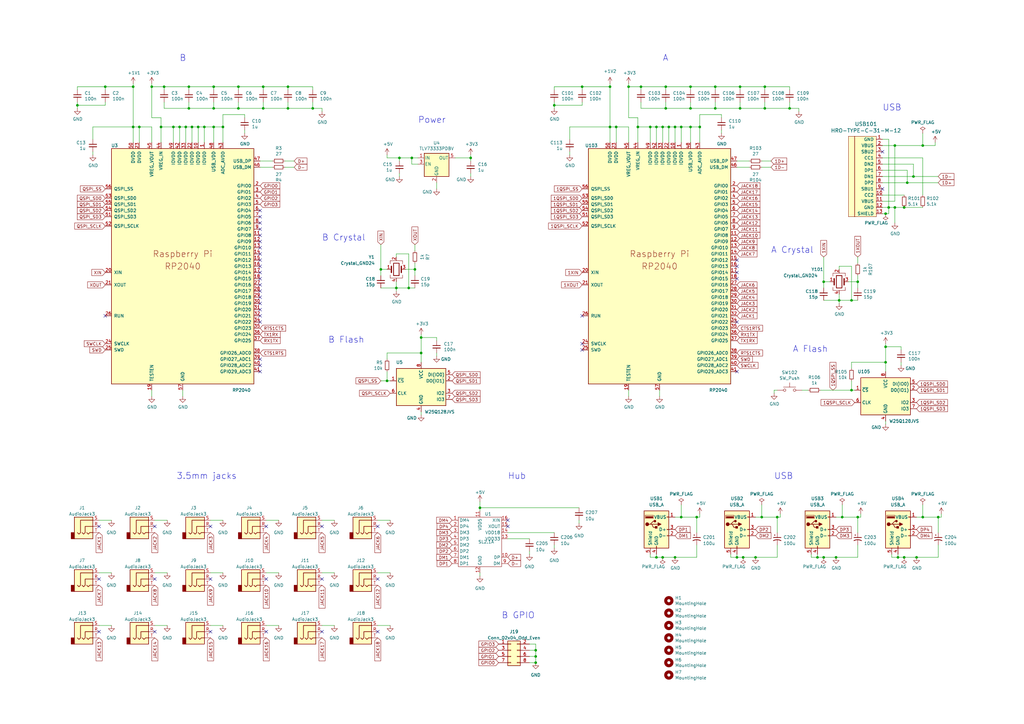
<source format=kicad_sch>
(kicad_sch (version 20230121) (generator eeschema)
  (paper "A3")
  (lib_symbols
    (symbol "+5V_1" (power) (pin_names (offset 0))
      (property "Value" "+5V_1" (at 0 3.556 0))
      (symbol "+5V_1_1_1"
        (pin power_in line (at 0 0 90) (length 0) hide (name "+5V") (number "1"))
      )
    )
    (symbol "Connector:USB_A" (pin_names (offset 1.016))
      (property "Reference" "J" (at -5.08 11.43 0))
      (property "Value" "USB_A" (at -5.08 8.89 0))
      (symbol "USB_A_1_1"
        (pin power_in line (at 7.62 5.08 180) (length 2.54) (name "VBUS") (number "1"))
        (pin bidirectional line (at 7.62 -2.54 180) (length 2.54) (name "D-") (number "2"))
        (pin bidirectional line (at 7.62 0 180) (length 2.54) (name "D+") (number "3"))
        (pin power_in line (at 0 -10.16 90) (length 2.54) (name "GND") (number "4"))
        (pin passive line (at -2.54 -10.16 90) (length 2.54) (name "Shield") (number "5"))
      )
    )
    (symbol "Connector_Audio:AudioJack3"
      (property "Reference" "J" (at 0 8.89 0))
      (property "Value" "AudioJack3" (at 0 6.35 0))
      (symbol "AudioJack3_1_1"
        (pin passive line (at 5.08 0 180) (length 2.54) (name "~") (number "R"))
        (pin passive line (at 5.08 2.54 180) (length 2.54) (name "~") (number "S"))
        (pin passive line (at 5.08 -2.54 180) (length 2.54) (name "~") (number "T"))
      )
    )
    (symbol "Connector_Generic:Conn_02x04_Odd_Even" (pin_names (offset 1.016) hide)
      (property "Reference" "J" (at 1.27 5.08 0))
      (property "Value" "Conn_02x04_Odd_Even" (at 1.27 -7.62 0))
      (symbol "Conn_02x04_Odd_Even_1_1"
        (pin passive line (at -5.08 2.54 0) (length 3.81) (name "Pin_1") (number "1"))
        (pin passive line (at 7.62 2.54 180) (length 3.81) (name "Pin_2") (number "2"))
        (pin passive line (at -5.08 0 0) (length 3.81) (name "Pin_3") (number "3"))
        (pin passive line (at 7.62 0 180) (length 3.81) (name "Pin_4") (number "4"))
        (pin passive line (at -5.08 -2.54 0) (length 3.81) (name "Pin_5") (number "5"))
        (pin passive line (at 7.62 -2.54 180) (length 3.81) (name "Pin_6") (number "6"))
        (pin passive line (at -5.08 -5.08 0) (length 3.81) (name "Pin_7") (number "7"))
        (pin passive line (at 7.62 -5.08 180) (length 3.81) (name "Pin_8") (number "8"))
      )
    )
    (symbol "Device:C_Polarized_Small_US" (pin_numbers hide) (pin_names (offset 0.254) hide)
      (property "Reference" "C" (at 0.254 1.778 0))
      (property "Value" "C_Polarized_Small_US" (at 0.254 -2.032 0))
      (symbol "C_Polarized_Small_US_1_1"
        (pin passive line (at 0 2.54 270) (length 2.032) (name "~") (number "1"))
        (pin passive line (at 0 -2.54 90) (length 2.032) (name "~") (number "2"))
      )
    )
    (symbol "Device:C_Small" (pin_numbers hide) (pin_names (offset 0.254) hide)
      (property "Reference" "C" (at 0.254 1.778 0))
      (property "Value" "C_Small" (at 0.254 -2.032 0))
      (symbol "C_Small_1_1"
        (pin passive line (at 0 2.54 270) (length 2.032) (name "~") (number "1"))
        (pin passive line (at 0 -2.54 90) (length 2.032) (name "~") (number "2"))
      )
    )
    (symbol "Device:Crystal_GND24" (pin_names (offset 1.016) hide)
      (property "Reference" "Y" (at 3.175 5.08 0))
      (property "Value" "Crystal_GND24" (at 3.175 3.175 0))
      (symbol "Crystal_GND24_1_1"
        (pin passive line (at -3.81 0 0) (length 1.27) (name "1") (number "1"))
        (pin passive line (at 0 5.08 270) (length 1.27) (name "2") (number "2"))
        (pin passive line (at 3.81 0 180) (length 1.27) (name "3") (number "3"))
        (pin passive line (at 0 -5.08 90) (length 1.27) (name "4") (number "4"))
      )
    )
    (symbol "Device:R_Small" (pin_numbers hide) (pin_names (offset 0.254) hide)
      (property "Reference" "R" (at 0.762 0.508 0))
      (property "Value" "R_Small" (at 0.762 -1.016 0))
      (symbol "R_Small_1_1"
        (pin passive line (at 0 2.54 270) (length 0.762) (name "~") (number "1"))
        (pin passive line (at 0 -2.54 90) (length 0.762) (name "~") (number "2"))
      )
    )
    (symbol "GND_1" (power) (pin_names (offset 0))
      (property "Value" "GND_1" (at 0 -3.81 0))
      (symbol "GND_1_1_1"
        (pin power_in line (at 0 0 270) (length 0) hide (name "GND") (number "1"))
      )
    )
    (symbol "GND_2" (power) (pin_names (offset 0))
      (property "Value" "GND_2" (at 0 -3.81 0))
      (symbol "GND_2_1_1"
        (pin power_in line (at 0 0 270) (length 0) hide (name "GND") (number "1"))
      )
    )
    (symbol "GND_3" (power) (pin_names (offset 0))
      (property "Value" "GND_3" (at 0 -3.81 0))
      (symbol "GND_3_1_1"
        (pin power_in line (at 0 0 270) (length 0) hide (name "GND") (number "1"))
      )
    )
    (symbol "GND_4" (power) (pin_names (offset 0))
      (property "Value" "GND_4" (at 0 -3.81 0))
      (symbol "GND_4_1_1"
        (pin power_in line (at 0 0 270) (length 0) hide (name "GND") (number "1"))
      )
    )
    (symbol "GND_5" (power) (pin_names (offset 0))
      (property "Value" "GND_5" (at 0 -3.81 0))
      (symbol "GND_5_1_1"
        (pin power_in line (at 0 0 270) (length 0) hide (name "GND") (number "1"))
      )
    )
    (symbol "Mechanical:MountingHole" (pin_names (offset 1.016))
      (property "Reference" "H" (at 0 5.08 0))
      (property "Value" "MountingHole" (at 0 3.175 0))
    )
    (symbol "Memory_Flash:W25Q128JVS"
      (property "Reference" "U" (at -8.89 8.89 0))
      (property "Value" "W25Q128JVS" (at 7.62 8.89 0))
      (symbol "W25Q128JVS_1_1"
        (pin input line (at -12.7 2.54 0) (length 2.54) (name "~{CS}") (number "1"))
        (pin bidirectional line (at 12.7 2.54 180) (length 2.54) (name "DO(IO1)") (number "2"))
        (pin bidirectional line (at 12.7 -2.54 180) (length 2.54) (name "IO2") (number "3"))
        (pin power_in line (at 0 -10.16 90) (length 2.54) (name "GND") (number "4"))
        (pin bidirectional line (at 12.7 5.08 180) (length 2.54) (name "DI(IO0)") (number "5"))
        (pin input line (at -12.7 -2.54 0) (length 2.54) (name "CLK") (number "6"))
        (pin bidirectional line (at 12.7 -5.08 180) (length 2.54) (name "IO3") (number "7"))
        (pin power_in line (at 0 10.16 270) (length 2.54) (name "VCC") (number "8"))
      )
    )
    (symbol "RP2040:RP2040" (pin_names (offset 1.016))
      (property "Reference" "U" (at -29.21 49.53 0))
      (property "Value" "RP2040" (at 24.13 -49.53 0))
      (symbol "RP2040_0_0"
        (text "Raspberry Pi" (at 0 5.08 0) (effects (font (size 2.54 2.54))))
        (text "RP2040" (at 0 0 0) (effects (font (size 2.54 2.54))))
      )
      (symbol "RP2040_1_1"
        (pin power_in line (at 8.89 50.8 270) (length 2.54) (name "IOVDD") (number "1"))
        (pin power_in line (at 6.35 50.8 270) (length 2.54) (name "IOVDD") (number "10"))
        (pin bidirectional line (at 31.75 12.7 180) (length 2.54) (name "GPIO8") (number "11"))
        (pin bidirectional line (at 31.75 10.16 180) (length 2.54) (name "GPIO9") (number "12"))
        (pin bidirectional line (at 31.75 7.62 180) (length 2.54) (name "GPIO10") (number "13"))
        (pin bidirectional line (at 31.75 5.08 180) (length 2.54) (name "GPIO11") (number "14"))
        (pin bidirectional line (at 31.75 2.54 180) (length 2.54) (name "GPIO12") (number "15"))
        (pin bidirectional line (at 31.75 0 180) (length 2.54) (name "GPIO13") (number "16"))
        (pin bidirectional line (at 31.75 -2.54 180) (length 2.54) (name "GPIO14") (number "17"))
        (pin bidirectional line (at 31.75 -5.08 180) (length 2.54) (name "GPIO15") (number "18"))
        (pin passive line (at -12.7 -50.8 90) (length 2.54) (name "TESTEN") (number "19"))
        (pin bidirectional line (at 31.75 33.02 180) (length 2.54) (name "GPIO0") (number "2"))
        (pin input line (at -31.75 -2.54 0) (length 2.54) (name "XIN") (number "20"))
        (pin passive line (at -31.75 -7.62 0) (length 2.54) (name "XOUT") (number "21"))
        (pin power_in line (at 3.81 50.8 270) (length 2.54) (name "IOVDD") (number "22"))
        (pin power_in line (at -17.78 50.8 270) (length 2.54) (name "DVDD") (number "23"))
        (pin output line (at -31.75 -31.75 0) (length 2.54) (name "SWCLK") (number "24"))
        (pin bidirectional line (at -31.75 -34.29 0) (length 2.54) (name "SWD") (number "25"))
        (pin input line (at -31.75 -20.32 0) (length 2.54) (name "RUN") (number "26"))
        (pin bidirectional line (at 31.75 -7.62 180) (length 2.54) (name "GPIO16") (number "27"))
        (pin bidirectional line (at 31.75 -10.16 180) (length 2.54) (name "GPIO17") (number "28"))
        (pin bidirectional line (at 31.75 -12.7 180) (length 2.54) (name "GPIO18") (number "29"))
        (pin bidirectional line (at 31.75 30.48 180) (length 2.54) (name "GPIO1") (number "3"))
        (pin bidirectional line (at 31.75 -15.24 180) (length 2.54) (name "GPIO19") (number "30"))
        (pin bidirectional line (at 31.75 -17.78 180) (length 2.54) (name "GPIO20") (number "31"))
        (pin bidirectional line (at 31.75 -20.32 180) (length 2.54) (name "GPIO21") (number "32"))
        (pin power_in line (at 1.27 50.8 270) (length 2.54) (name "IOVDD") (number "33"))
        (pin bidirectional line (at 31.75 -22.86 180) (length 2.54) (name "GPIO22") (number "34"))
        (pin bidirectional line (at 31.75 -25.4 180) (length 2.54) (name "GPIO23") (number "35"))
        (pin bidirectional line (at 31.75 -27.94 180) (length 2.54) (name "GPIO24") (number "36"))
        (pin bidirectional line (at 31.75 -30.48 180) (length 2.54) (name "GPIO25") (number "37"))
        (pin bidirectional line (at 31.75 -35.56 180) (length 2.54) (name "GPIO26_ADC0") (number "38"))
        (pin bidirectional line (at 31.75 -38.1 180) (length 2.54) (name "GPIO27_ADC1") (number "39"))
        (pin bidirectional line (at 31.75 27.94 180) (length 2.54) (name "GPIO2") (number "4"))
        (pin bidirectional line (at 31.75 -40.64 180) (length 2.54) (name "GPIO28_ADC2") (number "40"))
        (pin bidirectional line (at 31.75 -43.18 180) (length 2.54) (name "GPIO29_ADC3") (number "41"))
        (pin power_in line (at -1.27 50.8 270) (length 2.54) (name "IOVDD") (number "42"))
        (pin power_in line (at 16.51 50.8 270) (length 2.54) (name "ADC_AVDD") (number "43"))
        (pin power_in line (at -8.89 50.8 270) (length 2.54) (name "VREG_IN") (number "44"))
        (pin power_out line (at -12.7 50.8 270) (length 2.54) (name "VREG_VOUT") (number "45"))
        (pin bidirectional line (at 31.75 40.64 180) (length 2.54) (name "USB_DM") (number "46"))
        (pin bidirectional line (at 31.75 43.18 180) (length 2.54) (name "USB_DP") (number "47"))
        (pin power_in line (at 12.7 50.8 270) (length 2.54) (name "USB_VDD") (number "48"))
        (pin power_in line (at -3.81 50.8 270) (length 2.54) (name "IOVDD") (number "49"))
        (pin bidirectional line (at 31.75 25.4 180) (length 2.54) (name "GPIO3") (number "5"))
        (pin power_in line (at -20.32 50.8 270) (length 2.54) (name "DVDD") (number "50"))
        (pin bidirectional line (at -31.75 20.32 0) (length 2.54) (name "QSPI_SD3") (number "51"))
        (pin output line (at -31.75 16.51 0) (length 2.54) (name "QSPI_SCLK") (number "52"))
        (pin bidirectional line (at -31.75 27.94 0) (length 2.54) (name "QSPI_SD0") (number "53"))
        (pin bidirectional line (at -31.75 22.86 0) (length 2.54) (name "QSPI_SD2") (number "54"))
        (pin bidirectional line (at -31.75 25.4 0) (length 2.54) (name "QSPI_SD1") (number "55"))
        (pin bidirectional line (at -31.75 31.75 0) (length 2.54) (name "QSPI_SS") (number "56"))
        (pin power_in line (at 0 -50.8 90) (length 2.54) (name "GND") (number "57"))
        (pin bidirectional line (at 31.75 22.86 180) (length 2.54) (name "GPIO4") (number "6"))
        (pin bidirectional line (at 31.75 20.32 180) (length 2.54) (name "GPIO5") (number "7"))
        (pin bidirectional line (at 31.75 17.78 180) (length 2.54) (name "GPIO6") (number "8"))
        (pin bidirectional line (at 31.75 15.24 180) (length 2.54) (name "GPIO7") (number "9"))
      )
    )
    (symbol "Regulator_Linear:TLV73333PDBV" (pin_names (offset 0.254))
      (property "Reference" "U" (at -3.81 5.715 0))
      (property "Value" "TLV73333PDBV" (at 0 5.715 0))
      (symbol "TLV73333PDBV_1_1"
        (pin power_in line (at -7.62 2.54 0) (length 2.54) (name "IN") (number "1"))
        (pin power_in line (at 0 -7.62 90) (length 2.54) (name "GND") (number "2"))
        (pin input line (at -7.62 0 0) (length 2.54) (name "EN") (number "3"))
        (pin no_connect line (at 5.08 0 180) (length 2.54) hide (name "NC") (number "4"))
        (pin power_out line (at 7.62 2.54 180) (length 2.54) (name "OUT") (number "5"))
      )
    )
    (symbol "SL2.1A:SL2.1A"
      (property "Reference" "U" (at 0 0 0))
      (property "Value" "SL2.1A" (at 2.54 0 0))
      (symbol "SL2.1A_1_1"
        (pin bidirectional line (at -11.43 8.89 0) (length 2.54) (name "DM4") (number "1"))
        (pin bidirectional line (at 11.43 -6.35 180) (length 2.54) (name "DP") (number "10"))
        (pin power_in line (at 0 12.7 270) (length 2.54) (name "VDD5") (number "11"))
        (pin power_in line (at 0 -12.7 90) (length 2.54) (name "GND") (number "12"))
        (pin power_out line (at 11.43 1.27 180) (length 2.54) (name "VDD33") (number "13"))
        (pin power_out line (at 11.43 3.81 180) (length 2.54) (name "VDD18") (number "14"))
        (pin unspecified line (at 11.43 6.35 180) (length 2.54) (name "XOUT") (number "15"))
        (pin unspecified line (at 11.43 8.89 180) (length 2.54) (name "XIN") (number "16"))
        (pin bidirectional line (at -11.43 6.35 0) (length 2.54) (name "DP4") (number "2"))
        (pin bidirectional line (at -11.43 3.81 0) (length 2.54) (name "DM3") (number "3"))
        (pin bidirectional line (at -11.43 1.27 0) (length 2.54) (name "DP3") (number "4"))
        (pin bidirectional line (at -11.43 -1.27 0) (length 2.54) (name "DM2") (number "5"))
        (pin bidirectional line (at -11.43 -3.81 0) (length 2.54) (name "DP2") (number "6"))
        (pin bidirectional line (at -11.43 -6.35 0) (length 2.54) (name "DM1") (number "7"))
        (pin bidirectional line (at -11.43 -8.89 0) (length 2.54) (name "DP1") (number "8"))
        (pin bidirectional line (at 11.43 -8.89 180) (length 2.54) (name "DM") (number "9"))
      )
    )
    (symbol "Switch:SW_Push" (pin_numbers hide) (pin_names (offset 1.016) hide)
      (property "Reference" "SW" (at 1.27 2.54 0))
      (property "Value" "SW_Push" (at 0 -1.524 0))
      (symbol "SW_Push_0_1"
        (pin passive line (at -5.08 0 0) (length 2.54) (name "1") (number "1"))
        (pin passive line (at 5.08 0 180) (length 2.54) (name "2") (number "2"))
      )
    )
    (symbol "Type-C:HRO-TYPE-C-31-M-12" (pin_names (offset 1.016))
      (property "Reference" "USB" (at -5.08 16.51 0))
      (property "Value" "HRO-TYPE-C-31-M-12" (at -10.16 -1.27 90))
      (symbol "HRO-TYPE-C-31-M-12_1_1"
        (pin input line (at 2.54 13.97 180) (length 2.54) (name "GND") (number "1"))
        (pin input line (at 2.54 -8.89 180) (length 2.54) (name "CC2") (number "10"))
        (pin input line (at 2.54 -11.43 180) (length 2.54) (name "VBUS") (number "11"))
        (pin input line (at 2.54 -13.97 180) (length 2.54) (name "GND") (number "12"))
        (pin input line (at 2.54 -16.51 180) (length 2.54) (name "SHIELD") (number "13"))
        (pin input line (at 2.54 11.43 180) (length 2.54) (name "VBUS") (number "2"))
        (pin input line (at 2.54 8.89 180) (length 2.54) (name "SBU2") (number "3"))
        (pin input line (at 2.54 6.35 180) (length 2.54) (name "CC1") (number "4"))
        (pin input line (at 2.54 3.81 180) (length 2.54) (name "DN2") (number "5"))
        (pin input line (at 2.54 1.27 180) (length 2.54) (name "DP1") (number "6"))
        (pin input line (at 2.54 -1.27 180) (length 2.54) (name "DN1") (number "7"))
        (pin input line (at 2.54 -3.81 180) (length 2.54) (name "DP2") (number "8"))
        (pin input line (at 2.54 -6.35 180) (length 2.54) (name "SBU1") (number "9"))
      )
    )
    (symbol "power:+1V1" (power) (pin_names (offset 0))
      (property "Value" "+1V1" (at 0 3.556 0))
      (symbol "+1V1_1_1"
        (pin power_in line (at 0 0 90) (length 0) hide (name "+1V1") (number "1"))
      )
    )
    (symbol "power:+1V2" (power) (pin_names (offset 0))
      (property "Value" "+1V2" (at 0 3.556 0))
      (symbol "+1V2_1_1"
        (pin power_in line (at 0 0 90) (length 0) hide (name "+1V2") (number "1"))
      )
    )
    (symbol "power:+3V3" (power) (pin_names (offset 0))
      (property "Value" "+3V3" (at 0 3.556 0))
      (symbol "+3V3_1_1"
        (pin power_in line (at 0 0 90) (length 0) hide (name "+3V3") (number "1"))
      )
    )
    (symbol "power:+5V" (power) (pin_names (offset 0))
      (property "Value" "+5V" (at 0 3.556 0))
      (symbol "+5V_1_1"
        (pin power_in line (at 0 0 90) (length 0) hide (name "+5V") (number "1"))
      )
    )
    (symbol "power:GND" (power) (pin_names (offset 0))
      (property "Value" "GND" (at 0 -3.81 0))
      (symbol "GND_1_1"
        (pin power_in line (at 0 0 270) (length 0) hide (name "GND") (number "1"))
      )
    )
    (symbol "power:PWR_FLAG" (power) (pin_numbers hide) (pin_names (offset 0) hide)
      (property "Value" "PWR_FLAG" (at 0 3.81 0))
      (symbol "PWR_FLAG_0_0"
        (pin power_out line (at 0 0 90) (length 0) (name "pwr") (number "1"))
      )
    )
  )
  (junction (at 87.63 35.56))
  (junction (at 351.79 115.57))
  (junction (at 73.66 52.07))
  (junction (at 283.21 44.45))
  (junction (at 91.44 52.07))
  (junction (at 323.85 44.45))
  (junction (at 196.85 208.28))
  (junction (at 71.12 52.07))
  (junction (at 273.05 35.56))
  (junction (at 363.22 87.63))
  (junction (at 370.84 228.6))
  (junction (at 87.63 44.45))
  (junction (at 77.47 44.45))
  (junction (at 345.44 212.09))
  (junction (at 372.11 74.93))
  (junction (at 87.63 52.07))
  (junction (at 62.23 35.56))
  (junction (at 167.64 118.11))
  (junction (at 378.46 212.09))
  (junction (at 262.89 35.56))
  (junction (at 363.22 148.59))
  (junction (at 375.92 228.6))
  (junction (at 273.05 44.45))
  (junction (at 261.62 52.07))
  (junction (at 107.95 44.45))
  (junction (at 276.86 228.6))
  (junction (at 313.69 35.56))
  (junction (at 364.49 85.09))
  (junction (at 269.24 52.07))
  (junction (at 118.11 44.45))
  (junction (at 252.73 52.07))
  (junction (at 283.21 52.07))
  (junction (at 368.3 228.6))
  (junction (at 374.65 72.39))
  (junction (at 303.53 44.45))
  (junction (at 67.31 35.56))
  (junction (at 293.37 44.45))
  (junction (at 193.04 64.77))
  (junction (at 269.24 228.6))
  (junction (at 168.91 64.77))
  (junction (at 76.2 52.07))
  (junction (at 238.76 35.56))
  (junction (at 342.9 228.6))
  (junction (at 219.71 269.24))
  (junction (at 302.26 228.6))
  (junction (at 283.21 35.56))
  (junction (at 279.4 212.09))
  (junction (at 31.75 43.18))
  (junction (at 81.28 52.07))
  (junction (at 97.79 35.56))
  (junction (at 54.61 52.07))
  (junction (at 367.03 59.69))
  (junction (at 172.72 138.43))
  (junction (at 257.81 35.56))
  (junction (at 344.17 123.19))
  (junction (at 78.74 52.07))
  (junction (at 293.37 35.56))
  (junction (at 274.32 52.07))
  (junction (at 227.33 43.18))
  (junction (at 349.25 160.02))
  (junction (at 287.02 52.07))
  (junction (at 276.86 52.07))
  (junction (at 163.83 64.77))
  (junction (at 378.46 59.69))
  (junction (at 384.81 212.09))
  (junction (at 43.18 35.56))
  (junction (at 309.88 228.6))
  (junction (at 279.4 52.07))
  (junction (at 219.71 271.78))
  (junction (at 337.82 228.6))
  (junction (at 97.79 44.45))
  (junction (at 303.53 35.56))
  (junction (at 271.78 228.6))
  (junction (at 128.27 44.45))
  (junction (at 158.75 156.21))
  (junction (at 172.72 144.78))
  (junction (at 304.8 228.6))
  (junction (at 250.19 52.07))
  (junction (at 107.95 35.56))
  (junction (at 66.04 52.07))
  (junction (at 219.71 266.7))
  (junction (at 351.79 212.09))
  (junction (at 363.22 142.24))
  (junction (at 162.56 118.11))
  (junction (at 83.82 52.07))
  (junction (at 266.7 52.07))
  (junction (at 349.25 123.19))
  (junction (at 54.61 35.56))
  (junction (at 271.78 52.07))
  (junction (at 118.11 35.56))
  (junction (at 312.42 212.09))
  (junction (at 318.77 212.09))
  (junction (at 335.28 228.6))
  (junction (at 370.84 85.09))
  (junction (at 250.19 35.56))
  (junction (at 337.82 115.57))
  (junction (at 313.69 44.45))
  (junction (at 77.47 35.56))
  (junction (at 367.03 85.09))
  (junction (at 156.21 110.49))
  (junction (at 170.18 110.49))
  (junction (at 285.75 212.09))
  (junction (at 57.15 52.07))
  (no_connect (at 238.76 143.51))
  (no_connect (at 302.26 132.08))
  (no_connect (at 302.26 109.22))
  (no_connect (at 238.76 140.97))
  (no_connect (at 109.22 215.9))
  (no_connect (at 106.68 149.86))
  (no_connect (at 302.26 111.76))
  (no_connect (at 109.22 237.49))
  (no_connect (at 40.64 237.49))
  (no_connect (at 106.68 119.38))
  (no_connect (at 63.5 259.08))
  (no_connect (at 208.28 213.36))
  (no_connect (at 106.68 124.46))
  (no_connect (at 154.94 259.08))
  (no_connect (at 154.94 237.49))
  (no_connect (at 106.68 91.44))
  (no_connect (at 106.68 86.36))
  (no_connect (at 302.26 114.3))
  (no_connect (at 106.68 96.52))
  (no_connect (at 238.76 129.54))
  (no_connect (at 154.94 215.9))
  (no_connect (at 63.5 237.49))
  (no_connect (at 86.36 259.08))
  (no_connect (at 132.08 237.49))
  (no_connect (at 106.68 101.6))
  (no_connect (at 302.26 106.68))
  (no_connect (at 302.26 152.4))
  (no_connect (at 106.68 93.98))
  (no_connect (at 208.28 215.9))
  (no_connect (at 40.64 215.9))
  (no_connect (at 63.5 215.9))
  (no_connect (at 106.68 147.32))
  (no_connect (at 40.64 259.08))
  (no_connect (at 106.68 121.92))
  (no_connect (at 106.68 104.14))
  (no_connect (at 86.36 237.49))
  (no_connect (at 106.68 116.84))
  (no_connect (at 132.08 215.9))
  (no_connect (at 106.68 132.08))
  (no_connect (at 109.22 259.08))
  (no_connect (at 106.68 99.06))
  (no_connect (at 106.68 127))
  (no_connect (at 361.95 77.47))
  (no_connect (at 106.68 129.54))
  (no_connect (at 106.68 114.3))
  (no_connect (at 86.36 215.9))
  (no_connect (at 43.18 129.54))
  (no_connect (at 106.68 106.68))
  (no_connect (at 106.68 109.22))
  (no_connect (at 361.95 62.23))
  (no_connect (at 132.08 259.08))
  (no_connect (at 106.68 111.76))
  (no_connect (at 106.68 152.4))
  (no_connect (at 106.68 88.9))
  (wire (pts (xy 328.93 160.02) (xy 331.47 160.02)))
  (wire (pts (xy 67.31 36.83) (xy 67.31 35.56)))
  (wire (pts (xy 269.24 52.07) (xy 271.78 52.07)))
  (wire (pts (xy 317.5 160.02) (xy 318.77 160.02)))
  (wire (pts (xy 279.4 52.07) (xy 283.21 52.07)))
  (wire (pts (xy 81.28 52.07) (xy 83.82 52.07)))
  (wire (pts (xy 62.23 35.56) (xy 67.31 35.56)))
  (wire (pts (xy 233.68 62.23) (xy 233.68 63.5)))
  (wire (pts (xy 162.56 104.14) (xy 167.64 104.14)))
  (wire (pts (xy 274.32 52.07) (xy 276.86 52.07)))
  (wire (pts (xy 293.37 36.83) (xy 293.37 35.56)))
  (wire (pts (xy 132.08 44.45) (xy 132.08 45.72)))
  (wire (pts (xy 320.04 212.09) (xy 320.04 210.82)))
  (wire (pts (xy 335.28 227.33) (xy 335.28 228.6)))
  (wire (pts (xy 384.81 212.09) (xy 386.08 212.09)))
  (wire (pts (xy 87.63 35.56) (xy 97.79 35.56)))
  (wire (pts (xy 367.03 59.69) (xy 378.46 59.69)))
  (wire (pts (xy 349.25 156.21) (xy 349.25 160.02)))
  (wire (pts (xy 63.5 234.95) (xy 68.58 234.95)))
  (wire (pts (xy 66.04 52.07) (xy 71.12 52.07)))
  (wire (pts (xy 269.24 227.33) (xy 269.24 228.6)))
  (wire (pts (xy 107.95 35.56) (xy 118.11 35.56)))
  (wire (pts (xy 107.95 44.45) (xy 118.11 44.45)))
  (wire (pts (xy 269.24 228.6) (xy 271.78 228.6)))
  (wire (pts (xy 208.28 218.44) (xy 227.33 218.44)))
  (wire (pts (xy 378.46 54.61) (xy 378.46 59.69)))
  (wire (pts (xy 337.82 123.19) (xy 344.17 123.19)))
  (wire (pts (xy 313.69 44.45) (xy 323.85 44.45)))
  (wire (pts (xy 303.53 35.56) (xy 313.69 35.56)))
  (wire (pts (xy 62.23 160.02) (xy 62.23 162.56)))
  (wire (pts (xy 97.79 41.91) (xy 97.79 44.45)))
  (wire (pts (xy 109.22 234.95) (xy 114.3 234.95)))
  (wire (pts (xy 179.07 144.78) (xy 179.07 146.05)))
  (wire (pts (xy 227.33 43.18) (xy 238.76 43.18)))
  (wire (pts (xy 186.69 64.77) (xy 193.04 64.77)))
  (wire (pts (xy 227.33 35.56) (xy 238.76 35.56)))
  (wire (pts (xy 162.56 105.41) (xy 162.56 104.14)))
  (wire (pts (xy 384.81 212.09) (xy 384.81 218.44)))
  (wire (pts (xy 345.44 212.09) (xy 351.79 212.09)))
  (wire (pts (xy 270.51 160.02) (xy 270.51 162.56)))
  (wire (pts (xy 107.95 36.83) (xy 107.95 35.56)))
  (wire (pts (xy 318.77 212.09) (xy 320.04 212.09)))
  (wire (pts (xy 351.79 212.09) (xy 351.79 218.44)))
  (wire (pts (xy 193.04 64.77) (xy 193.04 66.04)))
  (wire (pts (xy 384.81 223.52) (xy 384.81 228.6)))
  (wire (pts (xy 172.72 168.91) (xy 172.72 170.18)))
  (wire (pts (xy 167.64 104.14) (xy 167.64 118.11)))
  (wire (pts (xy 171.45 64.77) (xy 168.91 64.77)))
  (wire (pts (xy 118.11 44.45) (xy 128.27 44.45)))
  (wire (pts (xy 273.05 41.91) (xy 273.05 44.45)))
  (wire (pts (xy 283.21 58.42) (xy 283.21 52.07)))
  (wire (pts (xy 97.79 35.56) (xy 107.95 35.56)))
  (wire (pts (xy 91.44 52.07) (xy 91.44 58.42)))
  (wire (pts (xy 337.82 105.41) (xy 337.82 115.57)))
  (wire (pts (xy 54.61 52.07) (xy 54.61 58.42)))
  (wire (pts (xy 266.7 52.07) (xy 269.24 52.07)))
  (wire (pts (xy 128.27 36.83) (xy 128.27 35.56)))
  (wire (pts (xy 349.25 109.22) (xy 349.25 123.19)))
  (wire (pts (xy 128.27 41.91) (xy 128.27 44.45)))
  (wire (pts (xy 302.26 227.33) (xy 302.26 228.6)))
  (wire (pts (xy 154.94 213.36) (xy 160.02 213.36)))
  (wire (pts (xy 252.73 52.07) (xy 257.81 52.07)))
  (wire (pts (xy 172.72 138.43) (xy 179.07 138.43)))
  (wire (pts (xy 323.85 41.91) (xy 323.85 44.45)))
  (wire (pts (xy 302.26 68.58) (xy 307.34 68.58)))
  (wire (pts (xy 313.69 36.83) (xy 313.69 35.56)))
  (wire (pts (xy 158.75 156.21) (xy 160.02 156.21)))
  (wire (pts (xy 367.03 82.55) (xy 361.95 82.55)))
  (wire (pts (xy 83.82 58.42) (xy 83.82 52.07)))
  (wire (pts (xy 266.7 58.42) (xy 266.7 52.07)))
  (wire (pts (xy 285.75 212.09) (xy 285.75 218.44)))
  (wire (pts (xy 323.85 44.45) (xy 327.66 44.45)))
  (wire (pts (xy 384.81 72.39) (xy 374.65 72.39)))
  (wire (pts (xy 43.18 43.18) (xy 43.18 41.91)))
  (wire (pts (xy 283.21 36.83) (xy 283.21 35.56)))
  (wire (pts (xy 378.46 85.09) (xy 370.84 85.09)))
  (wire (pts (xy 71.12 52.07) (xy 73.66 52.07)))
  (wire (pts (xy 163.83 64.77) (xy 168.91 64.77)))
  (wire (pts (xy 252.73 52.07) (xy 252.73 58.42)))
  (wire (pts (xy 172.72 144.78) (xy 172.72 148.59)))
  (wire (pts (xy 344.17 110.49) (xy 344.17 109.22)))
  (wire (pts (xy 287.02 212.09) (xy 287.02 210.82)))
  (wire (pts (xy 87.63 58.42) (xy 87.63 52.07)))
  (wire (pts (xy 327.66 44.45) (xy 327.66 45.72)))
  (wire (pts (xy 365.76 227.33) (xy 365.76 228.6)))
  (wire (pts (xy 158.75 144.78) (xy 172.72 144.78)))
  (wire (pts (xy 106.68 68.58) (xy 111.76 68.58)))
  (wire (pts (xy 287.02 52.07) (xy 287.02 58.42)))
  (wire (pts (xy 351.79 115.57) (xy 351.79 118.11)))
  (wire (pts (xy 378.46 212.09) (xy 384.81 212.09)))
  (wire (pts (xy 368.3 228.6) (xy 370.84 228.6)))
  (wire (pts (xy 312.42 207.01) (xy 312.42 212.09)))
  (wire (pts (xy 40.64 256.54) (xy 45.72 256.54)))
  (wire (pts (xy 233.68 57.15) (xy 233.68 52.07)))
  (wire (pts (xy 62.23 52.07) (xy 62.23 58.42)))
  (wire (pts (xy 312.42 212.09) (xy 318.77 212.09)))
  (wire (pts (xy 285.75 212.09) (xy 287.02 212.09)))
  (wire (pts (xy 217.17 266.7) (xy 219.71 266.7)))
  (wire (pts (xy 166.37 110.49) (xy 170.18 110.49)))
  (wire (pts (xy 219.71 266.7) (xy 219.71 269.24)))
  (wire (pts (xy 367.03 59.69) (xy 367.03 82.55)))
  (wire (pts (xy 318.77 228.6) (xy 309.88 228.6)))
  (wire (pts (xy 162.56 115.57) (xy 162.56 118.11)))
  (wire (pts (xy 76.2 52.07) (xy 78.74 52.07)))
  (wire (pts (xy 167.64 118.11) (xy 162.56 118.11)))
  (wire (pts (xy 156.21 110.49) (xy 156.21 113.03)))
  (wire (pts (xy 170.18 110.49) (xy 170.18 113.03)))
  (wire (pts (xy 87.63 41.91) (xy 87.63 44.45)))
  (wire (pts (xy 344.17 120.65) (xy 344.17 123.19)))
  (wire (pts (xy 378.46 59.69) (xy 383.54 59.69)))
  (wire (pts (xy 91.44 46.99) (xy 100.33 46.99)))
  (wire (pts (xy 340.36 115.57) (xy 337.82 115.57)))
  (wire (pts (xy 351.79 212.09) (xy 353.06 212.09)))
  (wire (pts (xy 31.75 35.56) (xy 43.18 35.56)))
  (wire (pts (xy 283.21 44.45) (xy 293.37 44.45)))
  (wire (pts (xy 347.98 115.57) (xy 351.79 115.57)))
  (wire (pts (xy 257.81 35.56) (xy 262.89 35.56)))
  (wire (pts (xy 261.62 52.07) (xy 261.62 48.26)))
  (wire (pts (xy 295.91 48.26) (xy 295.91 46.99)))
  (wire (pts (xy 40.64 234.95) (xy 45.72 234.95)))
  (wire (pts (xy 66.04 58.42) (xy 66.04 52.07)))
  (wire (pts (xy 87.63 44.45) (xy 97.79 44.45)))
  (wire (pts (xy 170.18 110.49) (xy 170.18 107.95)))
  (wire (pts (xy 361.95 72.39) (xy 374.65 72.39)))
  (wire (pts (xy 318.77 212.09) (xy 318.77 218.44)))
  (wire (pts (xy 170.18 102.87) (xy 170.18 100.33)))
  (wire (pts (xy 227.33 41.91) (xy 227.33 43.18)))
  (wire (pts (xy 163.83 71.12) (xy 163.83 72.39)))
  (wire (pts (xy 43.18 36.83) (xy 43.18 35.56)))
  (wire (pts (xy 302.26 66.04) (xy 307.34 66.04)))
  (wire (pts (xy 361.95 59.69) (xy 367.03 59.69)))
  (wire (pts (xy 374.65 67.31) (xy 374.65 72.39)))
  (wire (pts (xy 31.75 43.18) (xy 31.75 44.45)))
  (wire (pts (xy 227.33 224.79) (xy 227.33 223.52)))
  (wire (pts (xy 364.49 85.09) (xy 367.03 85.09)))
  (wire (pts (xy 262.89 35.56) (xy 273.05 35.56)))
  (wire (pts (xy 299.72 227.33) (xy 299.72 228.6)))
  (wire (pts (xy 261.62 58.42) (xy 261.62 52.07)))
  (wire (pts (xy 384.81 74.93) (xy 372.11 74.93)))
  (wire (pts (xy 261.62 52.07) (xy 266.7 52.07)))
  (wire (pts (xy 158.75 152.4) (xy 158.75 156.21)))
  (wire (pts (xy 154.94 234.95) (xy 160.02 234.95)))
  (wire (pts (xy 351.79 223.52) (xy 351.79 228.6)))
  (wire (pts (xy 179.07 138.43) (xy 179.07 139.7)))
  (wire (pts (xy 77.47 36.83) (xy 77.47 35.56)))
  (wire (pts (xy 73.66 58.42) (xy 73.66 52.07)))
  (wire (pts (xy 369.57 142.24) (xy 369.57 143.51)))
  (wire (pts (xy 262.89 41.91) (xy 262.89 44.45)))
  (wire (pts (xy 273.05 36.83) (xy 273.05 35.56)))
  (wire (pts (xy 273.05 44.45) (xy 283.21 44.45)))
  (wire (pts (xy 77.47 35.56) (xy 87.63 35.56)))
  (wire (pts (xy 312.42 68.58) (xy 316.23 68.58)))
  (wire (pts (xy 196.85 205.74) (xy 196.85 208.28)))
  (wire (pts (xy 156.21 156.21) (xy 158.75 156.21)))
  (wire (pts (xy 162.56 118.11) (xy 162.56 119.38)))
  (wire (pts (xy 227.33 43.18) (xy 227.33 44.45)))
  (wire (pts (xy 196.85 236.22) (xy 196.85 234.95)))
  (wire (pts (xy 303.53 44.45) (xy 313.69 44.45)))
  (wire (pts (xy 208.28 220.98) (xy 217.17 220.98)))
  (wire (pts (xy 378.46 207.01) (xy 378.46 212.09)))
  (wire (pts (xy 283.21 52.07) (xy 287.02 52.07)))
  (wire (pts (xy 73.66 52.07) (xy 76.2 52.07)))
  (wire (pts (xy 276.86 52.07) (xy 279.4 52.07)))
  (wire (pts (xy 57.15 52.07) (xy 57.15 58.42)))
  (wire (pts (xy 109.22 213.36) (xy 114.3 213.36)))
  (wire (pts (xy 273.05 35.56) (xy 283.21 35.56)))
  (wire (pts (xy 378.46 64.77) (xy 378.46 80.01)))
  (wire (pts (xy 67.31 35.56) (xy 77.47 35.56)))
  (wire (pts (xy 368.3 227.33) (xy 368.3 228.6)))
  (wire (pts (xy 118.11 41.91) (xy 118.11 44.45)))
  (wire (pts (xy 271.78 58.42) (xy 271.78 52.07)))
  (wire (pts (xy 250.19 35.56) (xy 250.19 52.07)))
  (wire (pts (xy 97.79 36.83) (xy 97.79 35.56)))
  (wire (pts (xy 276.86 58.42) (xy 276.86 52.07)))
  (wire (pts (xy 372.11 69.85) (xy 372.11 74.93)))
  (wire (pts (xy 363.22 148.59) (xy 363.22 152.4)))
  (wire (pts (xy 154.94 256.54) (xy 160.02 256.54)))
  (wire (pts (xy 86.36 234.95) (xy 91.44 234.95)))
  (wire (pts (xy 106.68 66.04) (xy 111.76 66.04)))
  (wire (pts (xy 196.85 208.28) (xy 237.49 208.28)))
  (wire (pts (xy 361.95 57.15) (xy 364.49 57.15)))
  (wire (pts (xy 128.27 44.45) (xy 132.08 44.45)))
  (wire (pts (xy 217.17 227.33) (xy 217.17 226.06)))
  (wire (pts (xy 156.21 118.11) (xy 162.56 118.11)))
  (wire (pts (xy 77.47 44.45) (xy 67.31 44.45)))
  (wire (pts (xy 335.28 228.6) (xy 337.82 228.6)))
  (wire (pts (xy 193.04 71.12) (xy 193.04 72.39)))
  (wire (pts (xy 351.79 115.57) (xy 351.79 113.03)))
  (wire (pts (xy 78.74 58.42) (xy 78.74 52.07)))
  (wire (pts (xy 361.95 85.09) (xy 364.49 85.09)))
  (wire (pts (xy 179.07 74.93) (xy 179.07 77.47)))
  (wire (pts (xy 109.22 256.54) (xy 114.3 256.54)))
  (wire (pts (xy 283.21 41.91) (xy 283.21 44.45)))
  (wire (pts (xy 262.89 36.83) (xy 262.89 35.56)))
  (wire (pts (xy 345.44 207.01) (xy 345.44 212.09)))
  (wire (pts (xy 257.81 48.26) (xy 257.81 35.56)))
  (wire (pts (xy 193.04 63.5) (xy 193.04 64.77)))
  (wire (pts (xy 77.47 41.91) (xy 77.47 44.45)))
  (wire (pts (xy 163.83 66.04) (xy 163.83 64.77)))
  (wire (pts (xy 261.62 48.26) (xy 257.81 48.26)))
  (wire (pts (xy 132.08 256.54) (xy 137.16 256.54)))
  (wire (pts (xy 76.2 58.42) (xy 76.2 52.07)))
  (wire (pts (xy 349.25 148.59) (xy 363.22 148.59)))
  (wire (pts (xy 97.79 44.45) (xy 107.95 44.45)))
  (wire (pts (xy 383.54 59.69) (xy 383.54 58.42)))
  (wire (pts (xy 172.72 138.43) (xy 172.72 137.16)))
  (wire (pts (xy 293.37 44.45) (xy 303.53 44.45)))
  (wire (pts (xy 63.5 213.36) (xy 68.58 213.36)))
  (wire (pts (xy 279.4 207.01) (xy 279.4 212.09)))
  (wire (pts (xy 91.44 46.99) (xy 91.44 52.07)))
  (wire (pts (xy 361.95 69.85) (xy 372.11 69.85)))
  (wire (pts (xy 171.45 67.31) (xy 168.91 67.31)))
  (wire (pts (xy 351.79 228.6) (xy 342.9 228.6)))
  (wire (pts (xy 279.4 212.09) (xy 285.75 212.09)))
  (wire (pts (xy 219.71 264.16) (xy 219.71 266.7)))
  (wire (pts (xy 367.03 85.09) (xy 370.84 85.09)))
  (wire (pts (xy 364.49 57.15) (xy 364.49 85.09)))
  (wire (pts (xy 312.42 66.04) (xy 316.23 66.04)))
  (wire (pts (xy 361.95 74.93) (xy 372.11 74.93)))
  (wire (pts (xy 364.49 85.09) (xy 364.49 87.63)))
  (wire (pts (xy 62.23 48.26) (xy 62.23 35.56)))
  (wire (pts (xy 31.75 36.83) (xy 31.75 35.56)))
  (wire (pts (xy 336.55 160.02) (xy 349.25 160.02)))
  (wire (pts (xy 287.02 46.99) (xy 295.91 46.99)))
  (wire (pts (xy 349.25 160.02) (xy 350.52 160.02)))
  (wire (pts (xy 295.91 53.34) (xy 295.91 54.61)))
  (wire (pts (xy 227.33 36.83) (xy 227.33 35.56)))
  (wire (pts (xy 158.75 147.32) (xy 158.75 144.78)))
  (wire (pts (xy 332.74 228.6) (xy 335.28 228.6)))
  (wire (pts (xy 257.81 52.07) (xy 257.81 58.42)))
  (wire (pts (xy 132.08 234.95) (xy 137.16 234.95)))
  (wire (pts (xy 158.75 64.77) (xy 163.83 64.77)))
  (wire (pts (xy 107.95 41.91) (xy 107.95 44.45)))
  (wire (pts (xy 363.22 142.24) (xy 363.22 140.97)))
  (wire (pts (xy 344.17 123.19) (xy 344.17 124.46)))
  (wire (pts (xy 132.08 213.36) (xy 137.16 213.36)))
  (wire (pts (xy 38.1 57.15) (xy 38.1 52.07)))
  (wire (pts (xy 78.74 52.07) (xy 81.28 52.07)))
  (wire (pts (xy 269.24 58.42) (xy 269.24 52.07)))
  (wire (pts (xy 271.78 228.6) (xy 276.86 228.6)))
  (wire (pts (xy 351.79 107.95) (xy 351.79 105.41)))
  (wire (pts (xy 349.25 151.13) (xy 349.25 148.59)))
  (wire (pts (xy 285.75 228.6) (xy 276.86 228.6)))
  (wire (pts (xy 54.61 52.07) (xy 57.15 52.07)))
  (wire (pts (xy 337.82 115.57) (xy 337.82 118.11)))
  (wire (pts (xy 342.9 212.09) (xy 345.44 212.09)))
  (wire (pts (xy 361.95 64.77) (xy 378.46 64.77)))
  (wire (pts (xy 54.61 35.56) (xy 54.61 52.07)))
  (wire (pts (xy 43.18 35.56) (xy 54.61 35.56)))
  (wire (pts (xy 363.22 172.72) (xy 363.22 173.99)))
  (wire (pts (xy 384.81 228.6) (xy 375.92 228.6)))
  (wire (pts (xy 217.17 271.78) (xy 219.71 271.78)))
  (wire (pts (xy 344.17 109.22) (xy 349.25 109.22)))
  (wire (pts (xy 257.81 160.02) (xy 257.81 162.56)))
  (wire (pts (xy 66.04 52.07) (xy 66.04 48.26)))
  (wire (pts (xy 274.32 58.42) (xy 274.32 52.07)))
  (wire (pts (xy 100.33 48.26) (xy 100.33 46.99)))
  (wire (pts (xy 303.53 41.91) (xy 303.53 44.45)))
  (wire (pts (xy 365.76 228.6) (xy 368.3 228.6)))
  (wire (pts (xy 67.31 41.91) (xy 67.31 44.45)))
  (wire (pts (xy 313.69 35.56) (xy 323.85 35.56)))
  (wire (pts (xy 361.95 80.01) (xy 370.84 80.01)))
  (wire (pts (xy 318.77 223.52) (xy 318.77 228.6)))
  (wire (pts (xy 63.5 256.54) (xy 68.58 256.54)))
  (wire (pts (xy 323.85 36.83) (xy 323.85 35.56)))
  (wire (pts (xy 349.25 123.19) (xy 344.17 123.19)))
  (wire (pts (xy 170.18 118.11) (xy 167.64 118.11)))
  (wire (pts (xy 271.78 52.07) (xy 274.32 52.07)))
  (wire (pts (xy 38.1 62.23) (xy 38.1 63.5)))
  (wire (pts (xy 317.5 160.02) (xy 317.5 161.29)))
  (wire (pts (xy 238.76 43.18) (xy 238.76 41.91)))
  (wire (pts (xy 266.7 228.6) (xy 269.24 228.6)))
  (wire (pts (xy 283.21 35.56) (xy 293.37 35.56)))
  (wire (pts (xy 299.72 228.6) (xy 302.26 228.6)))
  (wire (pts (xy 351.79 123.19) (xy 349.25 123.19)))
  (wire (pts (xy 293.37 35.56) (xy 303.53 35.56)))
  (wire (pts (xy 303.53 36.83) (xy 303.53 35.56)))
  (wire (pts (xy 196.85 208.28) (xy 196.85 209.55)))
  (wire (pts (xy 31.75 43.18) (xy 43.18 43.18)))
  (wire (pts (xy 87.63 52.07) (xy 91.44 52.07)))
  (wire (pts (xy 309.88 212.09) (xy 312.42 212.09)))
  (wire (pts (xy 250.19 34.29) (xy 250.19 35.56)))
  (wire (pts (xy 31.75 41.91) (xy 31.75 43.18)))
  (wire (pts (xy 250.19 52.07) (xy 252.73 52.07)))
  (wire (pts (xy 302.26 228.6) (xy 304.8 228.6)))
  (wire (pts (xy 233.68 52.07) (xy 250.19 52.07)))
  (wire (pts (xy 370.84 228.6) (xy 375.92 228.6)))
  (wire (pts (xy 217.17 269.24) (xy 219.71 269.24)))
  (wire (pts (xy 158.75 110.49) (xy 156.21 110.49)))
  (wire (pts (xy 168.91 67.31) (xy 168.91 64.77)))
  (wire (pts (xy 118.11 35.56) (xy 128.27 35.56)))
  (wire (pts (xy 238.76 36.83) (xy 238.76 35.56)))
  (wire (pts (xy 100.33 53.34) (xy 100.33 54.61)))
  (wire (pts (xy 156.21 100.33) (xy 156.21 110.49)))
  (wire (pts (xy 367.03 91.44) (xy 367.03 85.09)))
  (wire (pts (xy 375.92 212.09) (xy 378.46 212.09)))
  (wire (pts (xy 217.17 264.16) (xy 219.71 264.16)))
  (wire (pts (xy 77.47 44.45) (xy 87.63 44.45)))
  (wire (pts (xy 353.06 212.09) (xy 353.06 210.82)))
  (wire (pts (xy 304.8 228.6) (xy 309.88 228.6)))
  (wire (pts (xy 386.08 212.09) (xy 386.08 210.82)))
  (wire (pts (xy 66.04 48.26) (xy 62.23 48.26)))
  (wire (pts (xy 219.71 269.24) (xy 219.71 271.78)))
  (wire (pts (xy 57.15 52.07) (xy 62.23 52.07)))
  (wire (pts (xy 38.1 52.07) (xy 54.61 52.07)))
  (wire (pts (xy 238.76 35.56) (xy 250.19 35.56)))
  (wire (pts (xy 285.75 223.52) (xy 285.75 228.6)))
  (wire (pts (xy 364.49 87.63) (xy 363.22 87.63)))
  (wire (pts (xy 363.22 142.24) (xy 369.57 142.24)))
  (wire (pts (xy 250.19 52.07) (xy 250.19 58.42)))
  (wire (pts (xy 332.74 227.33) (xy 332.74 228.6)))
  (wire (pts (xy 158.75 64.77) (xy 158.75 63.5)))
  (wire (pts (xy 293.37 41.91) (xy 293.37 44.45)))
  (wire (pts (xy 287.02 46.99) (xy 287.02 52.07)))
  (wire (pts (xy 54.61 34.29) (xy 54.61 35.56)))
  (wire (pts (xy 276.86 212.09) (xy 279.4 212.09)))
  (wire (pts (xy 116.84 68.58) (xy 120.65 68.58)))
  (wire (pts (xy 86.36 256.54) (xy 91.44 256.54)))
  (wire (pts (xy 273.05 44.45) (xy 262.89 44.45)))
  (wire (pts (xy 361.95 67.31) (xy 374.65 67.31)))
  (wire (pts (xy 71.12 58.42) (xy 71.12 52.07)))
  (wire (pts (xy 87.63 36.83) (xy 87.63 35.56)))
  (wire (pts (xy 40.64 213.36) (xy 45.72 213.36)))
  (wire (pts (xy 116.84 66.04) (xy 120.65 66.04)))
  (wire (pts (xy 81.28 58.42) (xy 81.28 52.07)))
  (wire (pts (xy 369.57 148.59) (xy 369.57 149.86)))
  (wire (pts (xy 363.22 148.59) (xy 363.22 142.24)))
  (wire (pts (xy 172.72 144.78) (xy 172.72 138.43)))
  (wire (pts (xy 62.23 34.29) (xy 62.23 35.56)))
  (wire (pts (xy 266.7 227.33) (xy 266.7 228.6)))
  (wire (pts (xy 118.11 36.83) (xy 118.11 35.56)))
  (wire (pts (xy 74.93 160.02) (xy 74.93 162.56)))
  (wire (pts (xy 83.82 52.07) (xy 87.63 52.07)))
  (wire (pts (xy 279.4 58.42) (xy 279.4 52.07)))
  (wire (pts (xy 337.82 228.6) (xy 342.9 228.6)))
  (wire (pts (xy 313.69 41.91) (xy 313.69 44.45)))
  (wire (pts (xy 257.81 34.29) (xy 257.81 35.56)))
  (wire (pts (xy 237.49 214.63) (xy 237.49 213.36)))
  (wire (pts (xy 363.22 87.63) (xy 361.95 87.63)))
  (wire (pts (xy 86.36 213.36) (xy 91.44 213.36)))
  (text "3.5mm jacks" (at 72.39 196.85 0) (effects (font (size 2.54 2.54)) (justify left bottom)))
  (text "USB" (at 317.5 196.85 0) (effects (font (size 2.54 2.54)) (justify left bottom)))
  (text "B" (at 73.66 25.4 0) (effects (font (size 2.54 2.54)) (justify left bottom)))
  (text "A Crystal" (at 316.23 104.14 0) (effects (font (size 2.54 2.54)) (justify left bottom)))
  (text "B GPIO" (at 205.74 254 0) (effects (font (size 2.54 2.54)) (justify left bottom)))
  (text "Hub" (at 208.28 196.85 0) (effects (font (size 2.54 2.54)) (justify left bottom)))
  (text "USB" (at 361.95 45.72 0) (effects (font (size 2.54 2.54)) (justify left bottom)))
  (text "Power" (at 171.45 50.8 0) (effects (font (size 2.54 2.54)) (justify left bottom)))
  (text "B Flash" (at 134.62 140.97 0) (effects (font (size 2.54 2.54)) (justify left bottom)))
  (text "B Crystal" (at 132.08 99.06 0) (effects (font (size 2.54 2.54)) (justify left bottom)))
  (text "A Flash" (at 325.12 144.78 0) (effects (font (size 2.54 2.54)) (justify left bottom)))
  (text "A" (at 271.78 25.4 0) (effects (font (size 2.54 2.54)) (justify left bottom)))
  (global_label "D-" (shape input) (at 120.65 68.58 0) (property "Intersheetrefs" "${INTERSHEET_REFS}" (effects hide)))
  (global_label "DM4" (shape input) (at 185.42 213.36 180) (property "Intersheetrefs" "${INTERSHEET_REFS}" (effects hide)))
  (global_label "DP3" (shape input) (at 342.9 217.17 0) (property "Intersheetrefs" "${INTERSHEET_REFS}" (effects hide)))
  (global_label "QSPI_SD1" (shape input) (at 185.42 156.21 0) (property "Intersheetrefs" "${INTERSHEET_REFS}" (effects hide)))
  (global_label "1XOUT" (shape input) (at 351.79 105.41 90) (property "Intersheetrefs" "${INTERSHEET_REFS}" (effects hide)))
  (global_label "JACK9" (shape input) (at 302.26 99.06 0) (property "Intersheetrefs" "${INTERSHEET_REFS}" (effects hide)))
  (global_label "CTS1RTS" (shape input) (at 106.68 144.78 0) (property "Intersheetrefs" "${INTERSHEET_REFS}" (effects hide)))
  (global_label "JACK5" (shape input) (at 132.08 218.44 270) (property "Intersheetrefs" "${INTERSHEET_REFS}" (effects hide)))
  (global_label "D+" (shape input) (at 208.28 228.6 0) (property "Intersheetrefs" "${INTERSHEET_REFS}" (effects hide)))
  (global_label "D+" (shape input) (at 120.65 66.04 0) (property "Intersheetrefs" "${INTERSHEET_REFS}" (effects hide)))
  (global_label "JACK3" (shape input) (at 86.36 218.44 270) (property "Intersheetrefs" "${INTERSHEET_REFS}" (effects hide)))
  (global_label "D-" (shape input) (at 208.28 231.14 0) (property "Intersheetrefs" "${INTERSHEET_REFS}" (effects hide)))
  (global_label "DM3" (shape input) (at 185.42 218.44 180) (property "Intersheetrefs" "${INTERSHEET_REFS}" (effects hide)))
  (global_label "JACK3" (shape input) (at 302.26 124.46 0) (property "Intersheetrefs" "${INTERSHEET_REFS}" (effects hide)))
  (global_label "GPIO1" (shape input) (at 204.47 269.24 180) (property "Intersheetrefs" "${INTERSHEET_REFS}" (effects hide)))
  (global_label "GPIO3" (shape input) (at 106.68 83.82 0) (property "Intersheetrefs" "${INTERSHEET_REFS}" (effects hide)))
  (global_label "JACK15" (shape input) (at 86.36 261.62 270) (property "Intersheetrefs" "${INTERSHEET_REFS}" (effects hide)))
  (global_label "JACK16" (shape input) (at 109.22 261.62 270) (property "Intersheetrefs" "${INTERSHEET_REFS}" (effects hide)))
  (global_label "SWCLK" (shape input) (at 302.26 149.86 0) (property "Intersheetrefs" "${INTERSHEET_REFS}" (effects hide)))
  (global_label "1QSPI_SD0" (shape input) (at 238.76 81.28 180) (property "Intersheetrefs" "${INTERSHEET_REFS}" (effects hide)))
  (global_label "XOUT" (shape input) (at 43.18 116.84 180) (property "Intersheetrefs" "${INTERSHEET_REFS}" (effects hide)))
  (global_label "TX1RX" (shape input) (at 106.68 137.16 0) (property "Intersheetrefs" "${INTERSHEET_REFS}" (effects hide)))
  (global_label "QSPI_SCLK" (shape input) (at 43.18 92.71 180) (property "Intersheetrefs" "${INTERSHEET_REFS}" (effects hide)))
  (global_label "JACK6" (shape input) (at 154.94 218.44 270) (property "Intersheetrefs" "${INTERSHEET_REFS}" (effects hide)))
  (global_label "JACK11" (shape input) (at 302.26 93.98 0) (property "Intersheetrefs" "${INTERSHEET_REFS}" (effects hide)))
  (global_label "QSPI_SD2" (shape input) (at 185.42 161.29 0) (property "Intersheetrefs" "${INTERSHEET_REFS}" (effects hide)))
  (global_label "JACK1" (shape input) (at 302.26 129.54 0) (property "Intersheetrefs" "${INTERSHEET_REFS}" (effects hide)))
  (global_label "XOUT" (shape input) (at 170.18 100.33 90) (property "Intersheetrefs" "${INTERSHEET_REFS}" (effects hide)))
  (global_label "GPIO2" (shape input) (at 106.68 81.28 0) (property "Intersheetrefs" "${INTERSHEET_REFS}" (effects hide)))
  (global_label "SWD" (shape input) (at 43.18 143.51 180) (property "Intersheetrefs" "${INTERSHEET_REFS}" (effects hide)))
  (global_label "DM2" (shape input) (at 309.88 219.71 0) (property "Intersheetrefs" "${INTERSHEET_REFS}" (effects hide)))
  (global_label "JACK15" (shape input) (at 302.26 83.82 0) (property "Intersheetrefs" "${INTERSHEET_REFS}" (effects hide)))
  (global_label "QSPI_SS" (shape input) (at 43.18 77.47 180) (property "Intersheetrefs" "${INTERSHEET_REFS}" (effects hide)))
  (global_label "1QSPI_SD0" (shape input) (at 375.92 157.48 0) (property "Intersheetrefs" "${INTERSHEET_REFS}" (effects hide)))
  (global_label "DP1" (shape input) (at 185.42 231.14 180) (property "Intersheetrefs" "${INTERSHEET_REFS}" (effects hide)))
  (global_label "1QSPI_SD3" (shape input) (at 238.76 88.9 180) (property "Intersheetrefs" "${INTERSHEET_REFS}" (effects hide)))
  (global_label "JACK4" (shape input) (at 302.26 121.92 0) (property "Intersheetrefs" "${INTERSHEET_REFS}" (effects hide)))
  (global_label "DM1" (shape input) (at 276.86 219.71 0) (property "Intersheetrefs" "${INTERSHEET_REFS}" (effects hide)))
  (global_label "JACK10" (shape input) (at 302.26 96.52 0) (property "Intersheetrefs" "${INTERSHEET_REFS}" (effects hide)))
  (global_label "GPIO3" (shape input) (at 204.47 264.16 180) (property "Intersheetrefs" "${INTERSHEET_REFS}" (effects hide)))
  (global_label "GPIO0" (shape input) (at 106.68 76.2 0) (property "Intersheetrefs" "${INTERSHEET_REFS}" (effects hide)))
  (global_label "DP2" (shape input) (at 309.88 217.17 0) (property "Intersheetrefs" "${INTERSHEET_REFS}" (effects hide)))
  (global_label "DM2" (shape input) (at 185.42 223.52 180) (property "Intersheetrefs" "${INTERSHEET_REFS}" (effects hide)))
  (global_label "JACK10" (shape input) (at 109.22 240.03 270) (property "Intersheetrefs" "${INTERSHEET_REFS}" (effects hide)))
  (global_label "1QSPI_SCLK" (shape input) (at 350.52 165.1 180) (property "Intersheetrefs" "${INTERSHEET_REFS}" (effects hide)))
  (global_label "JACK14" (shape input) (at 302.26 86.36 0) (property "Intersheetrefs" "${INTERSHEET_REFS}" (effects hide)))
  (global_label "1QSPI_SCLK" (shape input) (at 238.76 92.71 180) (property "Intersheetrefs" "${INTERSHEET_REFS}" (effects hide)))
  (global_label "QSPI_SCLK" (shape input) (at 160.02 161.29 180) (property "Intersheetrefs" "${INTERSHEET_REFS}" (effects hide)))
  (global_label "JACK14" (shape input) (at 63.5 261.62 270) (property "Intersheetrefs" "${INTERSHEET_REFS}" (effects hide)))
  (global_label "GPIO1" (shape input) (at 106.68 78.74 0) (property "Intersheetrefs" "${INTERSHEET_REFS}" (effects hide)))
  (global_label "JACK6" (shape input) (at 302.26 116.84 0) (property "Intersheetrefs" "${INTERSHEET_REFS}" (effects hide)))
  (global_label "JACK11" (shape input) (at 132.08 240.03 270) (property "Intersheetrefs" "${INTERSHEET_REFS}" (effects hide)))
  (global_label "DM3" (shape input) (at 342.9 219.71 0) (property "Intersheetrefs" "${INTERSHEET_REFS}" (effects hide)))
  (global_label "DP4" (shape input) (at 375.92 217.17 0) (property "Intersheetrefs" "${INTERSHEET_REFS}" (effects hide)))
  (global_label "SWCLK" (shape input) (at 43.18 140.97 180) (property "Intersheetrefs" "${INTERSHEET_REFS}" (effects hide)))
  (global_label "QSPI_SD0" (shape input) (at 43.18 81.28 180) (property "Intersheetrefs" "${INTERSHEET_REFS}" (effects hide)))
  (global_label "DM4" (shape input) (at 375.92 219.71 0) (property "Intersheetrefs" "${INTERSHEET_REFS}" (effects hide)))
  (global_label "GPIO2" (shape input) (at 204.47 266.7 180) (property "Intersheetrefs" "${INTERSHEET_REFS}" (effects hide)))
  (global_label "RTS1CTS" (shape input) (at 302.26 144.78 0) (property "Intersheetrefs" "${INTERSHEET_REFS}" (effects hide)))
  (global_label "QSPI_SD3" (shape input) (at 185.42 163.83 0) (property "Intersheetrefs" "${INTERSHEET_REFS}" (effects hide)))
  (global_label "DP2" (shape input) (at 185.42 226.06 180) (property "Intersheetrefs" "${INTERSHEET_REFS}" (effects hide)))
  (global_label "QSPI_SD2" (shape input) (at 43.18 86.36 180) (property "Intersheetrefs" "${INTERSHEET_REFS}" (effects hide)))
  (global_label "TX1RX" (shape input) (at 302.26 139.7 0) (property "Intersheetrefs" "${INTERSHEET_REFS}" (effects hide)))
  (global_label "1XIN" (shape input) (at 238.76 111.76 180) (property "Intersheetrefs" "${INTERSHEET_REFS}" (effects hide)))
  (global_label "QSPI_SD0" (shape input) (at 185.42 153.67 0) (property "Intersheetrefs" "${INTERSHEET_REFS}" (effects hide)))
  (global_label "1QSPI_SD1" (shape input) (at 238.76 83.82 180) (property "Intersheetrefs" "${INTERSHEET_REFS}" (effects hide)))
  (global_label "JACK18" (shape input) (at 154.94 261.62 270) (property "Intersheetrefs" "${INTERSHEET_REFS}" (effects hide)))
  (global_label "JACK12" (shape input) (at 154.94 240.03 270) (property "Intersheetrefs" "${INTERSHEET_REFS}" (effects hide)))
  (global_label "JACK8" (shape input) (at 63.5 240.03 270) (property "Intersheetrefs" "${INTERSHEET_REFS}" (effects hide)))
  (global_label "1D+" (shape input) (at 316.23 66.04 0) (property "Intersheetrefs" "${INTERSHEET_REFS}" (effects hide)))
  (global_label "JACK17" (shape input) (at 132.08 261.62 270) (property "Intersheetrefs" "${INTERSHEET_REFS}" (effects hide)))
  (global_label "1XIN" (shape input) (at 337.82 105.41 90) (property "Intersheetrefs" "${INTERSHEET_REFS}" (effects hide)))
  (global_label "1QSPI_SS" (shape input) (at 238.76 77.47 180) (property "Intersheetrefs" "${INTERSHEET_REFS}" (effects hide)))
  (global_label "JACK4" (shape input) (at 109.22 218.44 270) (property "Intersheetrefs" "${INTERSHEET_REFS}" (effects hide)))
  (global_label "JACK9" (shape input) (at 86.36 240.03 270) (property "Intersheetrefs" "${INTERSHEET_REFS}" (effects hide)))
  (global_label "JACK8" (shape input) (at 302.26 101.6 0) (property "Intersheetrefs" "${INTERSHEET_REFS}" (effects hide)))
  (global_label "DP1" (shape input) (at 276.86 217.17 0) (property "Intersheetrefs" "${INTERSHEET_REFS}" (effects hide)))
  (global_label "JACK5" (shape input) (at 302.26 119.38 0) (property "Intersheetrefs" "${INTERSHEET_REFS}" (effects hide)))
  (global_label "1QSPI_SD3" (shape input) (at 375.92 167.64 0) (property "Intersheetrefs" "${INTERSHEET_REFS}" (effects hide)))
  (global_label "JACK16" (shape input) (at 302.26 81.28 0) (property "Intersheetrefs" "${INTERSHEET_REFS}" (effects hide)))
  (global_label "QSPI_SD3" (shape input) (at 43.18 88.9 180) (property "Intersheetrefs" "${INTERSHEET_REFS}" (effects hide)))
  (global_label "XIN" (shape input) (at 156.21 100.33 90) (property "Intersheetrefs" "${INTERSHEET_REFS}" (effects hide)))
  (global_label "RX1TX" (shape input) (at 106.68 139.7 0) (property "Intersheetrefs" "${INTERSHEET_REFS}" (effects hide)))
  (global_label "DP4" (shape input) (at 185.42 215.9 180) (property "Intersheetrefs" "${INTERSHEET_REFS}" (effects hide)))
  (global_label "JACK7" (shape input) (at 40.64 240.03 270) (property "Intersheetrefs" "${INTERSHEET_REFS}" (effects hide)))
  (global_label "QSPI_SS" (shape input) (at 156.21 156.21 180) (property "Intersheetrefs" "${INTERSHEET_REFS}" (effects hide)))
  (global_label "QSPI_SD1" (shape input) (at 43.18 83.82 180) (property "Intersheetrefs" "${INTERSHEET_REFS}" (effects hide)))
  (global_label "CTS1RTS" (shape input) (at 302.26 134.62 0) (property "Intersheetrefs" "${INTERSHEET_REFS}" (effects hide)))
  (global_label "RTS1CTS" (shape input) (at 106.68 134.62 0) (property "Intersheetrefs" "${INTERSHEET_REFS}" (effects hide)))
  (global_label "JACK12" (shape input) (at 302.26 91.44 0) (property "Intersheetrefs" "${INTERSHEET_REFS}" (effects hide)))
  (global_label "XIN" (shape input) (at 43.18 111.76 180) (property "Intersheetrefs" "${INTERSHEET_REFS}" (effects hide)))
  (global_label "1QSPI_SD2" (shape input) (at 238.76 86.36 180) (property "Intersheetrefs" "${INTERSHEET_REFS}" (effects hide)))
  (global_label "1D-" (shape input) (at 316.23 68.58 0) (property "Intersheetrefs" "${INTERSHEET_REFS}" (effects hide)))
  (global_label "JACK2" (shape input) (at 63.5 218.44 270) (property "Intersheetrefs" "${INTERSHEET_REFS}" (effects hide)))
  (global_label "SWD" (shape input) (at 302.26 147.32 0) (property "Intersheetrefs" "${INTERSHEET_REFS}" (effects hide)))
  (global_label "DP3" (shape input) (at 185.42 220.98 180) (property "Intersheetrefs" "${INTERSHEET_REFS}" (effects hide)))
  (global_label "RX1TX" (shape input) (at 302.26 137.16 0) (property "Intersheetrefs" "${INTERSHEET_REFS}" (effects hide)))
  (global_label "1D-" (shape input) (at 384.81 72.39 0) (property "Intersheetrefs" "${INTERSHEET_REFS}" (effects hide)))
  (global_label "JACK1" (shape input) (at 40.64 218.44 270) (property "Intersheetrefs" "${INTERSHEET_REFS}" (effects hide)))
  (global_label "JACK13" (shape input) (at 40.64 261.62 270) (property "Intersheetrefs" "${INTERSHEET_REFS}" (effects hide)))
  (global_label "1QSPI_SS" (shape input) (at 341.63 160.02 90) (property "Intersheetrefs" "${INTERSHEET_REFS}" (effects hide)))
  (global_label "DM1" (shape input) (at 185.42 228.6 180) (property "Intersheetrefs" "${INTERSHEET_REFS}" (effects hide)))
  (global_label "1QSPI_SD2" (shape input) (at 375.92 165.1 0) (property "Intersheetrefs" "${INTERSHEET_REFS}" (effects hide)))
  (global_label "JACK13" (shape input) (at 302.26 88.9 0) (property "Intersheetrefs" "${INTERSHEET_REFS}" (effects hide)))
  (global_label "JACK7" (shape input) (at 302.26 104.14 0) (property "Intersheetrefs" "${INTERSHEET_REFS}" (effects hide)))
  (global_label "1D+" (shape input) (at 384.81 74.93 0) (property "Intersheetrefs" "${INTERSHEET_REFS}" (effects hide)))
  (global_label "JACK2" (shape input) (at 302.26 127 0) (property "Intersheetrefs" "${INTERSHEET_REFS}" (effects hide)))
  (global_label "1XOUT" (shape input) (at 238.76 116.84 180) (property "Intersheetrefs" "${INTERSHEET_REFS}" (effects hide)))
  (global_label "1QSPI_SD1" (shape input) (at 375.92 160.02 0) (property "Intersheetrefs" "${INTERSHEET_REFS}" (effects hide)))
  (global_label "JACK17" (shape input) (at 302.26 78.74 0) (property "Intersheetrefs" "${INTERSHEET_REFS}" (effects hide)))
  (global_label "JACK18" (shape input) (at 302.26 76.2 0) (property "Intersheetrefs" "${INTERSHEET_REFS}" (effects hide)))
  (global_label "GPIO0" (shape input) (at 204.47 271.78 180) (property "Intersheetrefs" "${INTERSHEET_REFS}" (effects hide)))
  (symbol (lib_id "RP2040:RP2040") (at 74.93 109.22 0) (unit 1)
    (property "Reference" "U3" (at 46.99 59.69 0))
    (property "Value" "RP2040" (at 99.06 160.02 0))
    (property "Footprint" "RP2040:RP2040-QFN-56" (effects hide))
    (property "LCSC" "C2040" (effects hide))
  )
  (symbol (lib_id "Memory_Flash:W25Q128JVS") (at 172.72 158.75 0) (unit 1)
    (property "Reference" "U5" (at 163.83 148.59 0))
    (property "Value" "W25Q128JVS" (at 180.34 168.91 0))
    (property "Footprint" "USON:8-USON" (effects hide))
    (property "Datasheet" "http://www.winbond.com/resource-files/w25q128jv_dtr%20revc%2003272018%20plus.pdf" (effects hide))
    (property "LCSC" "C2843335" (effects hide))
  )
  (symbol (lib_id "power:+3V3") (at 172.72 137.16 0) (unit 1)
    (property "Reference" "#PWR024" (effects hide))
    (property "Value" "+3V3" (at 173.101 132.7658 0))
  )
  (symbol (lib_id "power:GND") (at 172.72 170.18 0) (unit 1)
    (property "Reference" "#PWR029" (effects hide))
    (property "Value" "GND" (at 168.91 171.45 0))
  )
  (symbol (lib_id "Device:R_Small") (at 158.75 149.86 0) (mirror y) (unit 1)
    (property "Reference" "R5" (at 156.972 148.6916 0) (effects (justify left)))
    (property "Value" "10k" (at 156.972 151.003 0) (effects (justify left)))
    (property "Footprint" "Resistor_SMD:R_0402_1005Metric" (effects hide))
    (property "LCSC" "C25744" (effects hide))
  )
  (symbol (lib_id "Device:C_Small") (at 179.07 142.24 0) (unit 1)
    (property "Reference" "C17" (at 181.991 141.0716 0) (effects (justify left)))
    (property "Value" "100n" (at 181.991 143.383 0) (effects (justify left)))
    (property "Footprint" "Capacitor_SMD:C_0402_1005Metric" (effects hide))
    (property "LCSC" "C1525" (effects hide))
  )
  (symbol (lib_id "power:GND") (at 179.07 146.05 0) (unit 1)
    (property "Reference" "#PWR027" (effects hide))
    (property "Value" "GND" (at 182.88 147.32 0))
  )
  (symbol (lib_id "power:GND") (at 74.93 162.56 0) (unit 1)
    (property "Reference" "#PWR026" (effects hide))
    (property "Value" "GND" (at 75.057 166.9542 0))
  )
  (symbol (lib_id "power:GND") (at 62.23 162.56 0) (unit 1)
    (property "Reference" "#PWR025" (effects hide))
    (property "Value" "GND" (at 62.357 166.9542 0))
  )
  (symbol (lib_id "Device:R_Small") (at 114.3 66.04 270) (unit 1)
    (property "Reference" "R3" (at 114.3 60.7822 90))
    (property "Value" "27" (at 114.3 63.0936 90))
    (property "Footprint" "Resistor_SMD:R_0402_1005Metric" (effects hide))
    (property "LCSC" "C138021" (effects hide))
  )
  (symbol (lib_id "Device:R_Small") (at 114.3 68.58 270) (mirror x) (unit 1)
    (property "Reference" "R4" (at 114.3 73.8378 90))
    (property "Value" "27" (at 114.3 71.5264 90))
    (property "Footprint" "Resistor_SMD:R_0402_1005Metric" (effects hide))
    (property "LCSC" "C138021" (effects hide))
  )
  (symbol (lib_id "power:+3V3") (at 62.23 34.29 0) (unit 1)
    (property "Reference" "#PWR02" (effects hide))
    (property "Value" "+3V3" (at 62.611 29.8958 0))
  )
  (symbol (lib_id "power:+1V1") (at 54.61 34.29 0) (unit 1)
    (property "Reference" "#PWR01" (effects hide))
    (property "Value" "+1V1" (at 54.991 29.8958 0))
  )
  (symbol (lib_id "Device:C_Small") (at 67.31 39.37 0) (unit 1)
    (property "Reference" "C3" (at 70.231 38.2016 0) (effects (justify left)))
    (property "Value" "100n" (at 70.231 40.513 0) (effects (justify left)))
    (property "Footprint" "Capacitor_SMD:C_0402_1005Metric" (effects hide))
    (property "LCSC" "C1525" (effects hide))
  )
  (symbol (lib_id "Device:C_Small") (at 77.47 39.37 0) (unit 1)
    (property "Reference" "C4" (at 80.391 38.2016 0) (effects (justify left)))
    (property "Value" "100n" (at 80.391 40.513 0) (effects (justify left)))
    (property "Footprint" "Capacitor_SMD:C_0402_1005Metric" (effects hide))
    (property "LCSC" "C1525" (effects hide))
  )
  (symbol (lib_id "Device:C_Small") (at 87.63 39.37 0) (unit 1)
    (property "Reference" "C5" (at 90.551 38.2016 0) (effects (justify left)))
    (property "Value" "100n" (at 90.551 40.513 0) (effects (justify left)))
    (property "Footprint" "Capacitor_SMD:C_0402_1005Metric" (effects hide))
    (property "LCSC" "C1525" (effects hide))
  )
  (symbol (lib_id "Device:C_Small") (at 97.79 39.37 0) (unit 1)
    (property "Reference" "C6" (at 100.711 38.2016 0) (effects (justify left)))
    (property "Value" "100n" (at 100.711 40.513 0) (effects (justify left)))
    (property "Footprint" "Capacitor_SMD:C_0402_1005Metric" (effects hide))
    (property "LCSC" "C1525" (effects hide))
  )
  (symbol (lib_id "Device:C_Small") (at 107.95 39.37 0) (unit 1)
    (property "Reference" "C7" (at 110.871 38.2016 0) (effects (justify left)))
    (property "Value" "100n" (at 110.871 40.513 0) (effects (justify left)))
    (property "Footprint" "Capacitor_SMD:C_0402_1005Metric" (effects hide))
    (property "LCSC" "C1525" (effects hide))
  )
  (symbol (lib_id "Device:C_Small") (at 118.11 39.37 0) (unit 1)
    (property "Reference" "C8" (at 121.031 38.2016 0) (effects (justify left)))
    (property "Value" "100n" (at 121.031 40.513 0) (effects (justify left)))
    (property "Footprint" "Capacitor_SMD:C_0402_1005Metric" (effects hide))
    (property "LCSC" "C1525" (effects hide))
  )
  (symbol (lib_id "Device:C_Small") (at 128.27 39.37 0) (unit 1)
    (property "Reference" "C9" (at 131.191 38.2016 0) (effects (justify left)))
    (property "Value" "100n" (at 131.191 40.513 0) (effects (justify left)))
    (property "Footprint" "Capacitor_SMD:C_0402_1005Metric" (effects hide))
    (property "LCSC" "C1525" (effects hide))
  )
  (symbol (lib_id "Device:C_Small") (at 31.75 39.37 0) (unit 1)
    (property "Reference" "C1" (at 34.671 38.2016 0) (effects (justify left)))
    (property "Value" "100n" (at 34.671 40.513 0) (effects (justify left)))
    (property "Footprint" "Capacitor_SMD:C_0402_1005Metric" (effects hide))
    (property "LCSC" "C1525" (effects hide))
  )
  (symbol (lib_id "Device:C_Small") (at 43.18 39.37 0) (unit 1)
    (property "Reference" "C2" (at 46.101 38.2016 0) (effects (justify left)))
    (property "Value" "100n" (at 46.101 40.513 0) (effects (justify left)))
    (property "Footprint" "Capacitor_SMD:C_0402_1005Metric" (effects hide))
    (property "LCSC" "C1525" (effects hide))
  )
  (symbol (lib_id "Device:C_Small") (at 38.1 59.69 0) (mirror y) (unit 1)
    (property "Reference" "C13" (at 35.179 58.5216 0) (effects (justify left)))
    (property "Value" "1u" (at 35.179 60.833 0) (effects (justify left)))
    (property "Footprint" "Capacitor_SMD:C_0402_1005Metric" (effects hide))
    (property "LCSC" "C52923" (effects hide))
  )
  (symbol (lib_id "Device:C_Small") (at 100.33 50.8 0) (unit 1)
    (property "Reference" "C10" (at 103.251 49.6316 0) (effects (justify left)))
    (property "Value" "1u" (at 103.251 51.943 0) (effects (justify left)))
    (property "Footprint" "Capacitor_SMD:C_0402_1005Metric" (effects hide))
    (property "LCSC" "C52923" (effects hide))
  )
  (symbol (lib_id "power:GND") (at 132.08 45.72 0) (unit 1)
    (property "Reference" "#PWR04" (effects hide))
    (property "Value" "GND" (at 132.207 50.1142 0))
  )
  (symbol (lib_id "power:GND") (at 31.75 44.45 0) (unit 1)
    (property "Reference" "#PWR03" (effects hide))
    (property "Value" "GND" (at 31.877 48.8442 0))
  )
  (symbol (lib_id "power:GND") (at 38.1 63.5 0) (unit 1)
    (property "Reference" "#PWR012" (effects hide))
    (property "Value" "GND" (at 38.227 67.8942 0))
  )
  (symbol (lib_id "power:GND") (at 100.33 54.61 0) (unit 1)
    (property "Reference" "#PWR05" (effects hide))
    (property "Value" "GND" (at 100.457 59.0042 0))
  )
  (symbol (lib_id "power:GND") (at 179.07 77.47 0) (unit 1)
    (property "Reference" "#PWR023" (effects hide))
    (property "Value" "GND" (at 175.26 78.74 0))
  )
  (symbol (lib_id "power:+3V3") (at 193.04 63.5 0) (unit 1)
    (property "Reference" "#PWR017" (effects hide))
    (property "Value" "+3V3" (at 193.421 59.1058 0))
  )
  (symbol (lib_id "Device:C_Small") (at 163.83 68.58 0) (mirror y) (unit 1)
    (property "Reference" "C15" (at 160.909 67.4116 0) (effects (justify left)))
    (property "Value" "1u" (at 160.909 69.723 0) (effects (justify left)))
    (property "Footprint" "Capacitor_SMD:C_0402_1005Metric" (effects hide))
    (property "LCSC" "C52923" (effects hide))
  )
  (symbol (lib_id "Device:C_Small") (at 193.04 68.58 0) (unit 1)
    (property "Reference" "C16" (at 195.961 67.4116 0) (effects (justify left)))
    (property "Value" "1u" (at 195.961 69.723 0) (effects (justify left)))
    (property "Footprint" "Capacitor_SMD:C_0402_1005Metric" (effects hide))
    (property "LCSC" "C52923" (effects hide))
  )
  (symbol (lib_id "power:GND") (at 163.83 72.39 0) (unit 1)
    (property "Reference" "#PWR021" (effects hide))
    (property "Value" "GND" (at 160.02 73.66 0))
  )
  (symbol (lib_id "power:GND") (at 193.04 72.39 0) (unit 1)
    (property "Reference" "#PWR022" (effects hide))
    (property "Value" "GND" (at 189.23 73.66 0))
  )
  (symbol (lib_id "Device:R_Small") (at 170.18 105.41 180) (unit 1)
    (property "Reference" "R7" (at 175.4378 105.41 90))
    (property "Value" "1k" (at 173.1264 105.41 90))
    (property "Footprint" "Resistor_SMD:R_0402_1005Metric" (effects hide))
    (property "LCSC" "C11702" (effects hide))
  )
  (symbol (lib_id "Regulator_Linear:TLV73333PDBV") (at 179.07 67.31 0) (unit 1)
    (property "Reference" "U4" (at 179.07 58.6232 0))
    (property "Value" "TLV73333PDBV" (at 179.07 60.9346 0))
    (property "Footprint" "SOT:SOT-23-5" (effects hide))
    (property "Datasheet" "http://www.ti.com/lit/ds/symlink/tlv733p.pdf" (effects hide))
    (property "LCSC" "C134139" (effects hide))
  )
  (symbol (lib_id "Device:Crystal_GND24") (at 162.56 110.49 0) (unit 1)
    (property "Reference" "Y1" (at 151.13 105.41 0) (effects (justify left)))
    (property "Value" "Crystal_GND24" (at 139.7 107.95 0) (effects (justify left)))
    (property "Footprint" "Crystal:Crystal_SMD_2520-4Pin_2.5x2.0mm" (effects hide))
    (property "LCSC" "C2896601" (effects hide))
  )
  (symbol (lib_id "power:GND") (at 162.56 119.38 0) (unit 1)
    (property "Reference" "#PWR030" (effects hide))
    (property "Value" "GND" (at 162.687 123.7742 0))
  )
  (symbol (lib_id "Device:C_Small") (at 170.18 115.57 0) (unit 1)
    (property "Reference" "C19" (at 172.5168 114.4016 0) (effects (justify left)))
    (property "Value" "15p" (at 172.5168 116.713 0) (effects (justify left)))
    (property "Footprint" "Capacitor_SMD:C_0402_1005Metric" (effects hide))
    (property "LCSC" "C1548" (effects hide))
  )
  (symbol (lib_id "Device:C_Small") (at 156.21 115.57 0) (mirror x) (unit 1)
    (property "Reference" "C18" (at 153.8732 114.4016 0) (effects (justify right)))
    (property "Value" "15p" (at 153.8732 116.713 0) (effects (justify right)))
    (property "Footprint" "Capacitor_SMD:C_0402_1005Metric" (effects hide))
    (property "LCSC" "C1548" (effects hide))
  )
  (symbol (lib_id "power:+5V") (at 158.75 63.5 0) (unit 1)
    (property "Reference" "#PWR016" (effects hide))
    (property "Value" "+5V" (at 159.131 59.1058 0))
  )
  (symbol (lib_id "Mechanical:MountingHole") (at 274.32 246.38 0) (unit 1) (in_bom no)
    (property "Reference" "H1" (at 276.86 245.2116 0) (effects (justify left)))
    (property "Value" "MountingHole" (at 276.86 247.523 0) (effects (justify left)))
    (property "Footprint" "MountingHole:MountingHole_3.2mm_M3" (effects hide))
  )
  (symbol (lib_id "Mechanical:MountingHole") (at 274.32 251.46 0) (unit 1) (in_bom no)
    (property "Reference" "H2" (at 276.86 250.2916 0) (effects (justify left)))
    (property "Value" "MountingHole" (at 276.86 252.603 0) (effects (justify left)))
    (property "Footprint" "MountingHole:MountingHole_3.2mm_M3" (effects hide))
  )
  (symbol (lib_id "Device:C_Polarized_Small_US") (at 351.79 220.98 0) (unit 1)
    (property "Reference" "C203" (at 354.33 220.3513 0) (effects (justify left)))
    (property "Value" "100u" (at 354.33 222.8913 0) (effects (justify left)))
    (property "Footprint" "Capacitor_Tantalum_SMD:CP_EIA-3528-21_Kemet-B" (effects hide))
    (property "LCSC" "C16133" (effects hide))
  )
  (symbol (lib_id "Device:C_Small") (at 237.49 210.82 0) (unit 1)
    (property "Reference" "C207" (at 240.03 210.1913 0) (effects (justify left)))
    (property "Value" "10u" (at 240.03 212.7313 0) (effects (justify left)))
    (property "Footprint" "Capacitor_SMD:C_0402_1005Metric" (effects hide))
    (property "LCSC" "C15525" (effects hide))
  )
  (symbol (lib_id "power:GND") (at 344.17 124.46 0) (unit 1)
    (property "Reference" "#PWR0113" (effects hide))
    (property "Value" "GND" (at 344.297 128.8542 0))
  )
  (symbol (lib_id "Device:C_Small") (at 273.05 39.37 0) (unit 1)
    (property "Reference" "C104" (at 275.971 38.2016 0) (effects (justify left)))
    (property "Value" "100n" (at 275.971 40.513 0) (effects (justify left)))
    (property "Footprint" "Capacitor_SMD:C_0402_1005Metric" (effects hide))
    (property "LCSC" "C1525" (effects hide))
  )
  (symbol (lib_id "Mechanical:MountingHole") (at 274.32 256.54 0) (unit 1) (in_bom no)
    (property "Reference" "H3" (at 276.86 255.3716 0) (effects (justify left)))
    (property "Value" "MountingHole" (at 276.86 257.683 0) (effects (justify left)))
    (property "Footprint" "MountingHole:MountingHole_3.2mm_M3" (effects hide))
  )
  (symbol (lib_id "Connector:USB_A") (at 269.24 217.17 0) (unit 1)
    (property "Reference" "USB1" (at 269.24 204.47 0))
    (property "Value" "USB_A" (at 269.24 207.01 0))
    (property "Footprint" "Type-A:C2689978" (effects hide))
    (property "Datasheet" " ~" (effects hide))
    (property "LCSC" "C2689978" (effects hide))
  )
  (symbol (lib_id "power:GND") (at 327.66 45.72 0) (unit 1)
    (property "Reference" "#PWR0101" (effects hide))
    (property "Value" "GND" (at 327.787 50.1142 0))
  )
  (symbol (lib_id "Connector_Audio:AudioJack3") (at 127 237.49 0) (unit 1)
    (property "Reference" "J11" (at 125.095 229.87 0))
    (property "Value" "AudioJack3" (at 125.095 232.41 0))
    (property "Footprint" "Jack:C381131" (effects hide))
    (property "LCSC" "C381131" (effects hide))
  )
  (symbol (lib_id "Device:Crystal_GND24") (at 344.17 115.57 0) (unit 1)
    (property "Reference" "Y101" (at 332.74 110.49 0) (effects (justify left)))
    (property "Value" "Crystal_GND24" (at 321.31 113.03 0) (effects (justify left)))
    (property "Footprint" "Crystal:Crystal_SMD_2520-4Pin_2.5x2.0mm" (effects hide))
    (property "LCSC" "C2896601" (effects hide))
  )
  (symbol (lib_id "Connector_Audio:AudioJack3") (at 149.86 215.9 0) (unit 1)
    (property "Reference" "J6" (at 147.955 208.28 0))
    (property "Value" "AudioJack3" (at 147.955 210.82 0))
    (property "Footprint" "Jack:C381131" (effects hide))
    (property "LCSC" "C381131" (effects hide))
  )
  (symbol (lib_id "power:GND") (at 257.81 162.56 0) (unit 1)
    (property "Reference" "#PWR0105" (effects hide))
    (property "Value" "GND" (at 257.937 166.9542 0))
  )
  (symbol (lib_name "GND_4") (lib_id "power:GND") (at 237.49 214.63 0) (unit 1)
    (property "Reference" "#PWR020" (effects hide))
    (property "Value" "GND" (at 237.49 219.71 0))
  )
  (symbol (lib_id "Device:R_Small") (at 378.46 82.55 0) (unit 1)
    (property "Reference" "R102" (at 379.9586 81.3816 0) (effects (justify left)))
    (property "Value" "5.1k" (at 379.9586 83.693 0) (effects (justify left)))
    (property "Footprint" "Resistor_SMD:R_0402_1005Metric" (effects hide))
    (property "LCSC" "C25905" (effects hide))
  )
  (symbol (lib_name "GND_3") (lib_id "power:GND") (at 45.72 234.95 0) (unit 1)
    (property "Reference" "#PWR035" (effects hide))
    (property "Value" "GND" (at 45.72 240.03 0))
  )
  (symbol (lib_id "Device:C_Small") (at 369.57 146.05 0) (unit 1)
    (property "Reference" "C117" (at 372.491 144.8816 0) (effects (justify left)))
    (property "Value" "100n" (at 372.491 147.193 0) (effects (justify left)))
    (property "Footprint" "Capacitor_SMD:C_0402_1005Metric" (effects hide))
    (property "LCSC" "C1525" (effects hide))
  )
  (symbol (lib_id "Device:C_Small") (at 313.69 39.37 0) (unit 1)
    (property "Reference" "C108" (at 316.611 38.2016 0) (effects (justify left)))
    (property "Value" "100n" (at 316.611 40.513 0) (effects (justify left)))
    (property "Footprint" "Capacitor_SMD:C_0402_1005Metric" (effects hide))
    (property "LCSC" "C1525" (effects hide))
  )
  (symbol (lib_id "Device:R_Small") (at 309.88 68.58 270) (mirror x) (unit 1)
    (property "Reference" "R104" (at 309.88 73.8378 90))
    (property "Value" "27" (at 309.88 71.5264 90))
    (property "Footprint" "Resistor_SMD:R_0402_1005Metric" (effects hide))
    (property "LCSC" "C138021" (effects hide))
  )
  (symbol (lib_id "power:GND") (at 276.86 228.6 0) (unit 1)
    (property "Reference" "#PWR0107" (effects hide))
    (property "Value" "GND" (at 276.987 232.9942 0))
  )
  (symbol (lib_id "power:GND") (at 233.68 63.5 0) (unit 1)
    (property "Reference" "#PWR0117" (effects hide))
    (property "Value" "GND" (at 233.807 67.8942 0))
  )
  (symbol (lib_id "Device:C_Small") (at 262.89 39.37 0) (unit 1)
    (property "Reference" "C103" (at 265.811 38.2016 0) (effects (justify left)))
    (property "Value" "100n" (at 265.811 40.513 0) (effects (justify left)))
    (property "Footprint" "Capacitor_SMD:C_0402_1005Metric" (effects hide))
    (property "LCSC" "C1525" (effects hide))
  )
  (symbol (lib_name "GND_3") (lib_id "power:GND") (at 114.3 234.95 0) (unit 1)
    (property "Reference" "#PWR038" (effects hide))
    (property "Value" "GND" (at 114.3 240.03 0))
  )
  (symbol (lib_id "power:GND") (at 342.9 228.6 0) (unit 1)
    (property "Reference" "#PWR08" (effects hide))
    (property "Value" "GND" (at 343.027 232.9942 0))
  )
  (symbol (lib_name "GND_3") (lib_id "power:GND") (at 45.72 256.54 0) (unit 1)
    (property "Reference" "#PWR041" (effects hide))
    (property "Value" "GND" (at 45.72 261.62 0))
  )
  (symbol (lib_id "Connector_Audio:AudioJack3") (at 58.42 259.08 0) (unit 1)
    (property "Reference" "J14" (at 56.515 251.46 0))
    (property "Value" "AudioJack3" (at 56.515 254 0))
    (property "Footprint" "Jack:C381131" (effects hide))
    (property "LCSC" "C381131" (effects hide))
  )
  (symbol (lib_id "Device:C_Small") (at 293.37 39.37 0) (unit 1)
    (property "Reference" "C106" (at 296.291 38.2016 0) (effects (justify left)))
    (property "Value" "100n" (at 296.291 40.513 0) (effects (justify left)))
    (property "Footprint" "Capacitor_SMD:C_0402_1005Metric" (effects hide))
    (property "LCSC" "C1525" (effects hide))
  )
  (symbol (lib_id "Device:R_Small") (at 370.84 82.55 0) (unit 1)
    (property "Reference" "R101" (at 372.3386 81.3816 0) (effects (justify left)))
    (property "Value" "5.1k" (at 372.3386 83.693 0) (effects (justify left)))
    (property "Footprint" "Resistor_SMD:R_0402_1005Metric" (effects hide))
    (property "LCSC" "C25905" (effects hide))
  )
  (symbol (lib_id "Type-C:HRO-TYPE-C-31-M-12") (at 359.41 71.12 0) (unit 1)
    (property "Reference" "USB101" (at 355.1682 50.8762 0) (effects (font (size 1.524 1.524))))
    (property "Value" "HRO-TYPE-C-31-M-12" (at 355.1682 53.5686 0) (effects (font (size 1.524 1.524))))
    (property "Footprint" "Type-C:HRO-TYPE-C-31-M-12-Assembly" (effects hide))
    (property "LCSC" "C165948" (effects hide))
  )
  (symbol (lib_id "Connector_Audio:AudioJack3") (at 35.56 215.9 0) (unit 1)
    (property "Reference" "J1" (at 33.655 208.28 0))
    (property "Value" "AudioJack3" (at 33.655 210.82 0))
    (property "Footprint" "Jack:C381131" (effects hide))
    (property "LCSC" "C381131" (effects hide))
  )
  (symbol (lib_name "+5V_1") (lib_id "power:+5V") (at 196.85 205.74 0) (unit 1)
    (property "Reference" "#PWR018" (effects hide))
    (property "Value" "+5V" (at 196.85 201.93 0))
  )
  (symbol (lib_id "Device:C_Polarized_Small_US") (at 384.81 220.98 0) (unit 1)
    (property "Reference" "C204" (at 387.35 220.3513 0) (effects (justify left)))
    (property "Value" "100u" (at 387.35 222.8913 0) (effects (justify left)))
    (property "Footprint" "Capacitor_Tantalum_SMD:CP_EIA-3528-21_Kemet-B" (effects hide))
    (property "LCSC" "C16133" (effects hide))
  )
  (symbol (lib_id "Device:C_Small") (at 295.91 50.8 0) (unit 1)
    (property "Reference" "C110" (at 298.831 49.6316 0) (effects (justify left)))
    (property "Value" "1u" (at 298.831 51.943 0) (effects (justify left)))
    (property "Footprint" "Capacitor_SMD:C_0402_1005Metric" (effects hide))
    (property "LCSC" "C52923" (effects hide))
  )
  (symbol (lib_id "Device:C_Small") (at 337.82 120.65 0) (mirror x) (unit 1)
    (property "Reference" "C118" (at 335.4832 119.4816 0) (effects (justify right)))
    (property "Value" "15p" (at 335.4832 121.793 0) (effects (justify right)))
    (property "Footprint" "Capacitor_SMD:C_0402_1005Metric" (effects hide))
    (property "LCSC" "C1548" (effects hide))
  )
  (symbol (lib_name "GND_3") (lib_id "power:GND") (at 68.58 234.95 0) (unit 1)
    (property "Reference" "#PWR036" (effects hide))
    (property "Value" "GND" (at 68.58 240.03 0))
  )
  (symbol (lib_id "Mechanical:MountingHole") (at 274.32 276.86 0) (unit 1) (in_bom no)
    (property "Reference" "H7" (at 276.86 275.6916 0) (effects (justify left)))
    (property "Value" "MountingHole" (at 276.86 278.003 0) (effects (justify left)))
    (property "Footprint" "MountingHole:MountingHole_2.2mm_M2" (effects hide))
  )
  (symbol (lib_id "power:GND") (at 367.03 91.44 0) (unit 1)
    (property "Reference" "#PWR0114" (effects hide))
    (property "Value" "GND" (at 367.157 95.8342 0))
  )
  (symbol (lib_id "Connector_Audio:AudioJack3") (at 127 259.08 0) (unit 1)
    (property "Reference" "J17" (at 125.095 251.46 0))
    (property "Value" "AudioJack3" (at 125.095 254 0))
    (property "Footprint" "Jack:C381131" (effects hide))
    (property "LCSC" "C381131" (effects hide))
  )
  (symbol (lib_id "power:+5V") (at 386.08 210.82 0) (unit 1)
    (property "Reference" "#PWR011" (effects hide))
    (property "Value" "+5V" (at 386.461 206.4258 0))
  )
  (symbol (lib_id "SL2.1A:SL2.1A") (at 196.85 222.25 0) (unit 1)
    (property "Reference" "U1" (at 198.8059 210.82 0) (effects (justify left)))
    (property "Value" "SL2.1A" (at 199.39 222.25 0))
    (property "Footprint" "SL2.1A:SOP-16_3.9x9.9mm_P1.27mm" (effects hide))
    (property "LCSC" "C6798314" (effects hide))
  )
  (symbol (lib_id "RP2040:RP2040") (at 270.51 109.22 0) (unit 1)
    (property "Reference" "U103" (at 242.57 59.69 0))
    (property "Value" "RP2040" (at 294.64 160.02 0))
    (property "Footprint" "RP2040:RP2040-QFN-56" (effects hide))
    (property "LCSC" "C2040" (effects hide))
  )
  (symbol (lib_name "GND_3") (lib_id "power:GND") (at 91.44 256.54 0) (unit 1)
    (property "Reference" "#PWR043" (effects hide))
    (property "Value" "GND" (at 91.44 261.62 0))
  )
  (symbol (lib_name "GND_3") (lib_id "power:GND") (at 137.16 213.36 0) (unit 1)
    (property "Reference" "#PWR033" (effects hide))
    (property "Value" "GND" (at 137.16 218.44 0))
  )
  (symbol (lib_id "Device:C_Small") (at 303.53 39.37 0) (unit 1)
    (property "Reference" "C107" (at 306.451 38.2016 0) (effects (justify left)))
    (property "Value" "100n" (at 306.451 40.513 0) (effects (justify left)))
    (property "Footprint" "Capacitor_SMD:C_0402_1005Metric" (effects hide))
    (property "LCSC" "C1525" (effects hide))
  )
  (symbol (lib_id "Device:C_Small") (at 238.76 39.37 0) (unit 1)
    (property "Reference" "C102" (at 241.681 38.2016 0) (effects (justify left)))
    (property "Value" "100n" (at 241.681 40.513 0) (effects (justify left)))
    (property "Footprint" "Capacitor_SMD:C_0402_1005Metric" (effects hide))
    (property "LCSC" "C1525" (effects hide))
  )
  (symbol (lib_id "power:GND") (at 295.91 54.61 0) (unit 1)
    (property "Reference" "#PWR0104" (effects hide))
    (property "Value" "GND" (at 296.037 59.0042 0))
  )
  (symbol (lib_name "GND_1") (lib_id "power:GND") (at 217.17 227.33 0) (unit 1)
    (property "Reference" "#PWR013" (effects hide))
    (property "Value" "GND" (at 217.17 232.41 0))
  )
  (symbol (lib_id "Connector_Audio:AudioJack3") (at 104.14 259.08 0) (unit 1)
    (property "Reference" "J16" (at 102.235 251.46 0))
    (property "Value" "AudioJack3" (at 102.235 254 0))
    (property "Footprint" "Jack:C381131" (effects hide))
    (property "LCSC" "C381131" (effects hide))
  )
  (symbol (lib_id "Connector_Audio:AudioJack3") (at 104.14 237.49 0) (unit 1)
    (property "Reference" "J10" (at 102.235 229.87 0))
    (property "Value" "AudioJack3" (at 102.235 232.41 0))
    (property "Footprint" "Jack:C381131" (effects hide))
    (property "LCSC" "C381131" (effects hide))
  )
  (symbol (lib_id "power:+3V3") (at 257.81 34.29 0) (unit 1)
    (property "Reference" "#PWR0103" (effects hide))
    (property "Value" "+3V3" (at 258.191 29.8958 0))
  )
  (symbol (lib_id "Connector_Audio:AudioJack3") (at 149.86 237.49 0) (unit 1)
    (property "Reference" "J12" (at 147.955 229.87 0))
    (property "Value" "AudioJack3" (at 147.955 232.41 0))
    (property "Footprint" "Jack:C381131" (effects hide))
    (property "LCSC" "C381131" (effects hide))
  )
  (symbol (lib_id "power:GND") (at 375.92 228.6 0) (unit 1)
    (property "Reference" "#PWR010" (effects hide))
    (property "Value" "GND" (at 376.047 232.9942 0))
  )
  (symbol (lib_id "power:GND") (at 317.5 161.29 0) (unit 1)
    (property "Reference" "#PWR0112" (effects hide))
    (property "Value" "GND" (at 317.627 165.6842 0))
  )
  (symbol (lib_id "Device:C_Small") (at 283.21 39.37 0) (unit 1)
    (property "Reference" "C105" (at 286.131 38.2016 0) (effects (justify left)))
    (property "Value" "100n" (at 286.131 40.513 0) (effects (justify left)))
    (property "Footprint" "Capacitor_SMD:C_0402_1005Metric" (effects hide))
    (property "LCSC" "C1525" (effects hide))
  )
  (symbol (lib_name "GND_3") (lib_id "power:GND") (at 160.02 213.36 0) (unit 1)
    (property "Reference" "#PWR034" (effects hide))
    (property "Value" "GND" (at 160.02 218.44 0))
  )
  (symbol (lib_name "GND_5") (lib_id "power:GND") (at 219.71 271.78 0) (unit 1)
    (property "Reference" "#PWR047" (effects hide))
    (property "Value" "GND" (at 219.71 276.86 0))
  )
  (symbol (lib_id "power:GND") (at 363.22 173.99 0) (unit 1)
    (property "Reference" "#PWR0111" (effects hide))
    (property "Value" "GND" (at 359.41 175.26 0))
  )
  (symbol (lib_id "power:PWR_FLAG") (at 279.4 207.01 0) (unit 1)
    (property "Reference" "#FLG0101" (effects hide))
    (property "Value" "PWR_FLAG" (at 279.4 202.6158 0))
  )
  (symbol (lib_id "power:GND") (at 309.88 228.6 0) (unit 1)
    (property "Reference" "#PWR06" (effects hide))
    (property "Value" "GND" (at 310.007 232.9942 0))
  )
  (symbol (lib_name "GND_3") (lib_id "power:GND") (at 91.44 213.36 0) (unit 1)
    (property "Reference" "#PWR031" (effects hide))
    (property "Value" "GND" (at 91.44 218.44 0))
  )
  (symbol (lib_id "Switch:SW_Push") (at 323.85 160.02 0) (unit 1)
    (property "Reference" "SW102" (at 323.85 152.781 0))
    (property "Value" "SW_Push" (at 323.85 155.0924 0))
    (property "Footprint" "Button_Switch_SMD:SW_SPST_B3U-1000P" (effects hide))
    (property "LCSC" "C231329" (effects hide))
  )
  (symbol (lib_id "Device:C_Small") (at 217.17 223.52 0) (unit 1)
    (property "Reference" "C205" (at 219.71 222.8913 0) (effects (justify left)))
    (property "Value" "10u" (at 219.71 225.4313 0) (effects (justify left)))
    (property "Footprint" "Capacitor_SMD:C_0402_1005Metric" (effects hide))
    (property "LCSC" "C15525" (effects hide))
  )
  (symbol (lib_id "Mechanical:MountingHole") (at 274.32 261.62 0) (unit 1) (in_bom no)
    (property "Reference" "H4" (at 276.86 260.4516 0) (effects (justify left)))
    (property "Value" "MountingHole" (at 276.86 262.763 0) (effects (justify left)))
    (property "Footprint" "MountingHole:MountingHole_3.2mm_M3" (effects hide))
  )
  (symbol (lib_name "GND_2") (lib_id "power:GND") (at 196.85 236.22 0) (unit 1)
    (property "Reference" "#PWR015" (effects hide))
    (property "Value" "GND" (at 196.85 241.3 0))
  )
  (symbol (lib_id "power:PWR_FLAG") (at 378.46 54.61 0) (unit 1)
    (property "Reference" "#FLG0104" (effects hide))
    (property "Value" "PWR_FLAG" (at 378.46 50.2158 0))
  )
  (symbol (lib_id "Connector_Audio:AudioJack3") (at 58.42 237.49 0) (unit 1)
    (property "Reference" "J8" (at 56.515 229.87 0))
    (property "Value" "AudioJack3" (at 56.515 232.41 0))
    (property "Footprint" "Jack:C381131" (effects hide))
    (property "LCSC" "C381131" (effects hide))
  )
  (symbol (lib_id "Device:R_Small") (at 349.25 153.67 0) (mirror y) (unit 1)
    (property "Reference" "R105" (at 347.472 152.5016 0) (effects (justify left)))
    (property "Value" "10k" (at 347.472 154.813 0) (effects (justify left)))
    (property "Footprint" "Resistor_SMD:R_0402_1005Metric" (effects hide))
    (property "LCSC" "C25744" (effects hide))
  )
  (symbol (lib_name "GND_3") (lib_id "power:GND") (at 45.72 213.36 0) (unit 1)
    (property "Reference" "#PWR019" (effects hide))
    (property "Value" "GND" (at 45.72 218.44 0))
  )
  (symbol (lib_id "power:+5V") (at 353.06 210.82 0) (unit 1)
    (property "Reference" "#PWR09" (effects hide))
    (property "Value" "+5V" (at 353.441 206.4258 0))
  )
  (symbol (lib_id "Connector:USB_A") (at 335.28 217.17 0) (unit 1)
    (property "Reference" "USB3" (at 335.28 204.47 0))
    (property "Value" "USB_A" (at 335.28 207.01 0))
    (property "Footprint" "Type-A:C2689978" (effects hide))
    (property "Datasheet" " ~" (effects hide))
    (property "LCSC" "C2689978" (effects hide))
  )
  (symbol (lib_id "power:GND") (at 369.57 149.86 0) (unit 1)
    (property "Reference" "#PWR0110" (effects hide))
    (property "Value" "GND" (at 373.38 151.13 0))
  )
  (symbol (lib_id "power:GND") (at 227.33 44.45 0) (unit 1)
    (property "Reference" "#PWR0116" (effects hide))
    (property "Value" "GND" (at 227.457 48.8442 0))
  )
  (symbol (lib_id "Device:R_Small") (at 334.01 160.02 270) (unit 1)
    (property "Reference" "R106" (at 334.01 154.7622 90))
    (property "Value" "1k" (at 334.01 157.0736 90))
    (property "Footprint" "Resistor_SMD:R_0402_1005Metric" (effects hide))
    (property "LCSC" "C11702" (effects hide))
  )
  (symbol (lib_id "power:PWR_FLAG") (at 363.22 87.63 180) (unit 1)
    (property "Reference" "#FLG0103" (effects hide))
    (property "Value" "PWR_FLAG" (at 359.41 91.44 0))
  )
  (symbol (lib_id "power:PWR_FLAG") (at 370.84 228.6 180) (unit 1)
    (property "Reference" "#FLG05" (effects hide))
    (property "Value" "PWR_FLAG" (at 367.03 232.41 0))
  )
  (symbol (lib_id "Connector_Audio:AudioJack3") (at 58.42 215.9 0) (unit 1)
    (property "Reference" "J2" (at 56.515 208.28 0))
    (property "Value" "AudioJack3" (at 56.515 210.82 0))
    (property "Footprint" "Jack:C381131" (effects hide))
    (property "LCSC" "C381131" (effects hide))
  )
  (symbol (lib_id "Device:R_Small") (at 309.88 66.04 270) (unit 1)
    (property "Reference" "R103" (at 309.88 60.7822 90))
    (property "Value" "27" (at 309.88 63.0936 90))
    (property "Footprint" "Resistor_SMD:R_0402_1005Metric" (effects hide))
    (property "LCSC" "C138021" (effects hide))
  )
  (symbol (lib_id "power:PWR_FLAG") (at 378.46 207.01 0) (unit 1)
    (property "Reference" "#FLG06" (effects hide))
    (property "Value" "PWR_FLAG" (at 378.46 202.6158 0))
  )
  (symbol (lib_name "GND_3") (lib_id "power:GND") (at 114.3 213.36 0) (unit 1)
    (property "Reference" "#PWR032" (effects hide))
    (property "Value" "GND" (at 114.3 218.44 0))
  )
  (symbol (lib_id "power:PWR_FLAG") (at 312.42 207.01 0) (unit 1)
    (property "Reference" "#FLG02" (effects hide))
    (property "Value" "PWR_FLAG" (at 312.42 202.6158 0))
  )
  (symbol (lib_id "Device:C_Polarized_Small_US") (at 285.75 220.98 0) (unit 1)
    (property "Reference" "C201" (at 288.29 220.3513 0) (effects (justify left)))
    (property "Value" "100u" (at 288.29 222.8913 0) (effects (justify left)))
    (property "Footprint" "Capacitor_Tantalum_SMD:CP_EIA-3528-21_Kemet-B" (effects hide))
    (property "LCSC" "C16133" (effects hide))
  )
  (symbol (lib_name "GND_3") (lib_id "power:GND") (at 68.58 256.54 0) (unit 1)
    (property "Reference" "#PWR042" (effects hide))
    (property "Value" "GND" (at 68.58 261.62 0))
  )
  (symbol (lib_id "power:PWR_FLAG") (at 337.82 228.6 180) (unit 1)
    (property "Reference" "#FLG03" (effects hide))
    (property "Value" "PWR_FLAG" (at 334.01 232.41 0))
  )
  (symbol (lib_id "Mechanical:MountingHole") (at 274.32 266.7 0) (unit 1) (in_bom no)
    (property "Reference" "H5" (at 276.86 265.5316 0) (effects (justify left)))
    (property "Value" "MountingHole" (at 276.86 267.843 0) (effects (justify left)))
    (property "Footprint" "MountingHole:MountingHole_2.2mm_M2" (effects hide))
  )
  (symbol (lib_id "power:+1V2") (at 250.19 34.29 0) (unit 1)
    (property "Reference" "#PWR0102" (effects hide))
    (property "Value" "+1V2" (at 250.19 29.21 0))
  )
  (symbol (lib_id "power:+5V") (at 287.02 210.82 0) (unit 1)
    (property "Reference" "#PWR0106" (effects hide))
    (property "Value" "+5V" (at 287.401 206.4258 0))
  )
  (symbol (lib_id "Device:C_Small") (at 323.85 39.37 0) (unit 1)
    (property "Reference" "C109" (at 326.771 38.2016 0) (effects (justify left)))
    (property "Value" "100n" (at 326.771 40.513 0) (effects (justify left)))
    (property "Footprint" "Capacitor_SMD:C_0402_1005Metric" (effects hide))
    (property "LCSC" "C1525" (effects hide))
  )
  (symbol (lib_id "Device:C_Polarized_Small_US") (at 318.77 220.98 0) (unit 1)
    (property "Reference" "C202" (at 321.31 220.3513 0) (effects (justify left)))
    (property "Value" "100u" (at 321.31 222.8913 0) (effects (justify left)))
    (property "Footprint" "Capacitor_Tantalum_SMD:CP_EIA-3528-21_Kemet-B" (effects hide))
    (property "LCSC" "C16133" (effects hide))
  )
  (symbol (lib_id "Connector_Audio:AudioJack3") (at 149.86 259.08 0) (unit 1)
    (property "Reference" "J18" (at 147.955 251.46 0))
    (property "Value" "AudioJack3" (at 147.955 254 0))
    (property "Footprint" "Jack:C381131" (effects hide))
    (property "LCSC" "C381131" (effects hide))
  )
  (symbol (lib_id "power:+5V") (at 383.54 58.42 0) (unit 1)
    (property "Reference" "#PWR0118" (effects hide))
    (property "Value" "+5V" (at 383.921 54.0258 0))
  )
  (symbol (lib_id "Device:C_Small") (at 233.68 59.69 0) (mirror y) (unit 1)
    (property "Reference" "C113" (at 230.759 58.5216 0) (effects (justify left)))
    (property "Value" "1u" (at 230.759 60.833 0) (effects (justify left)))
    (property "Footprint" "Capacitor_SMD:C_0402_1005Metric" (effects hide))
    (property "LCSC" "C52923" (effects hide))
  )
  (symbol (lib_id "Connector:USB_A") (at 368.3 217.17 0) (unit 1)
    (property "Reference" "USB4" (at 368.3 204.47 0))
    (property "Value" "USB_A" (at 368.3 207.01 0))
    (property "Footprint" "Type-A:C2689978" (effects hide))
    (property "Datasheet" " ~" (effects hide))
    (property "LCSC" "C2689978" (effects hide))
  )
  (symbol (lib_name "GND_3") (lib_id "power:GND") (at 160.02 256.54 0) (unit 1)
    (property "Reference" "#PWR046" (effects hide))
    (property "Value" "GND" (at 160.02 261.62 0))
  )
  (symbol (lib_id "power:PWR_FLAG") (at 345.44 207.01 0) (unit 1)
    (property "Reference" "#FLG04" (effects hide))
    (property "Value" "PWR_FLAG" (at 345.44 202.6158 0))
  )
  (symbol (lib_id "Connector_Audio:AudioJack3") (at 35.56 237.49 0) (unit 1)
    (property "Reference" "J7" (at 33.655 229.87 0))
    (property "Value" "AudioJack3" (at 33.655 232.41 0))
    (property "Footprint" "Jack:C381131" (effects hide))
    (property "LCSC" "C381131" (effects hide))
  )
  (symbol (lib_id "power:PWR_FLAG") (at 271.78 228.6 180) (unit 1)
    (property "Reference" "#FLG0102" (effects hide))
    (property "Value" "PWR_FLAG" (at 267.97 232.41 0))
  )
  (symbol (lib_name "GND_3") (lib_id "power:GND") (at 68.58 213.36 0) (unit 1)
    (property "Reference" "#PWR028" (effects hide))
    (property "Value" "GND" (at 68.58 218.44 0))
  )
  (symbol (lib_name "GND_3") (lib_id "power:GND") (at 137.16 256.54 0) (unit 1)
    (property "Reference" "#PWR045" (effects hide))
    (property "Value" "GND" (at 137.16 261.62 0))
  )
  (symbol (lib_id "Device:C_Small") (at 227.33 39.37 0) (unit 1)
    (property "Reference" "C101" (at 230.251 38.2016 0) (effects (justify left)))
    (property "Value" "100n" (at 230.251 40.513 0) (effects (justify left)))
    (property "Footprint" "Capacitor_SMD:C_0402_1005Metric" (effects hide))
    (property "LCSC" "C1525" (effects hide))
  )
  (symbol (lib_id "power:+3V3") (at 363.22 140.97 0) (unit 1)
    (property "Reference" "#PWR0108" (effects hide))
    (property "Value" "+3V3" (at 363.601 136.5758 0))
  )
  (symbol (lib_id "Connector_Audio:AudioJack3") (at 35.56 259.08 0) (unit 1)
    (property "Reference" "J13" (at 33.655 251.46 0))
    (property "Value" "AudioJack3" (at 33.655 254 0))
    (property "Footprint" "Jack:C381131" (effects hide))
    (property "LCSC" "C381131" (effects hide))
  )
  (symbol (lib_id "Device:C_Small") (at 227.33 220.98 0) (unit 1)
    (property "Reference" "C206" (at 229.87 220.3513 0) (effects (justify left)))
    (property "Value" "10u" (at 229.87 222.8913 0) (effects (justify left)))
    (property "Footprint" "Capacitor_SMD:C_0402_1005Metric" (effects hide))
    (property "LCSC" "C15525" (effects hide))
  )
  (symbol (lib_id "Connector_Audio:AudioJack3") (at 127 215.9 0) (unit 1)
    (property "Reference" "J5" (at 125.095 208.28 0))
    (property "Value" "AudioJack3" (at 125.095 210.82 0))
    (property "Footprint" "Jack:C381131" (effects hide))
    (property "LCSC" "C381131" (effects hide))
  )
  (symbol (lib_name "GND_3") (lib_id "power:GND") (at 114.3 256.54 0) (unit 1)
    (property "Reference" "#PWR044" (effects hide))
    (property "Value" "GND" (at 114.3 261.62 0))
  )
  (symbol (lib_id "Connector_Audio:AudioJack3") (at 104.14 215.9 0) (unit 1)
    (property "Reference" "J4" (at 102.235 208.28 0))
    (property "Value" "AudioJack3" (at 102.235 210.82 0))
    (property "Footprint" "Jack:C381131" (effects hide))
    (property "LCSC" "C381131" (effects hide))
  )
  (symbol (lib_id "Connector_Audio:AudioJack3") (at 81.28 259.08 0) (unit 1)
    (property "Reference" "J15" (at 79.375 251.46 0))
    (property "Value" "AudioJack3" (at 79.375 254 0))
    (property "Footprint" "Jack:C381131" (effects hide))
    (property "LCSC" "C381131" (effects hide))
  )
  (symbol (lib_id "Device:C_Small") (at 351.79 120.65 0) (unit 1)
    (property "Reference" "C119" (at 354.1268 119.4816 0) (effects (justify left)))
    (property "Value" "15p" (at 354.1268 121.793 0) (effects (justify left)))
    (property "Footprint" "Capacitor_SMD:C_0402_1005Metric" (effects hide))
    (property "LCSC" "C1548" (effects hide))
  )
  (symbol (lib_name "GND_3") (lib_id "power:GND") (at 91.44 234.95 0) (unit 1)
    (property "Reference" "#PWR037" (effects hide))
    (property "Value" "GND" (at 91.44 240.03 0))
  )
  (symbol (lib_id "Connector:USB_A") (at 302.26 217.17 0) (unit 1)
    (property "Reference" "USB2" (at 302.26 204.47 0))
    (property "Value" "USB_A" (at 302.26 207.01 0))
    (property "Footprint" "Type-A:C2689978" (effects hide))
    (property "Datasheet" " ~" (effects hide))
    (property "LCSC" "C2689978" (effects hide))
  )
  (symbol (lib_id "Mechanical:MountingHole") (at 274.32 271.78 0) (unit 1) (in_bom no)
    (property "Reference" "H6" (at 276.86 270.6116 0) (effects (justify left)))
    (property "Value" "MountingHole" (at 276.86 272.923 0) (effects (justify left)))
    (property "Footprint" "MountingHole:MountingHole_2.2mm_M2" (effects hide))
  )
  (symbol (lib_name "GND_1") (lib_id "power:GND") (at 227.33 224.79 0) (unit 1)
    (property "Reference" "#PWR014" (effects hide))
    (property "Value" "GND" (at 227.33 229.87 0))
  )
  (symbol (lib_id "power:GND") (at 270.51 162.56 0) (unit 1)
    (property "Reference" "#PWR0109" (effects hide))
    (property "Value" "GND" (at 270.637 166.9542 0))
  )
  (symbol (lib_id "Device:R_Small") (at 351.79 110.49 180) (unit 1)
    (property "Reference" "R107" (at 357.0478 110.49 90))
    (property "Value" "1k" (at 354.7364 110.49 90))
    (property "Footprint" "Resistor_SMD:R_0402_1005Metric" (effects hide))
    (property "LCSC" "C11702" (effects hide))
  )
  (symbol (lib_id "power:PWR_FLAG") (at 304.8 228.6 180) (unit 1)
    (property "Reference" "#FLG01" (effects hide))
    (property "Value" "PWR_FLAG" (at 300.99 232.41 0))
  )
  (symbol (lib_id "Connector_Generic:Conn_02x04_Odd_Even") (at 209.55 266.7 0) (unit 1) (in_bom no)
    (property "Reference" "J19" (at 210.82 259.08 0))
    (property "Value" "Conn_02x04_Odd_Even" (at 210.82 261.62 0))
    (property "Footprint" "Connector_PinHeader_2.54mm:PinHeader_2x04_P2.54mm_Vertical" (effects hide))
  )
  (symbol (lib_id "Connector_Audio:AudioJack3") (at 81.28 215.9 0) (unit 1)
    (property "Reference" "J3" (at 79.375 208.28 0))
    (property "Value" "AudioJack3" (at 79.375 210.82 0))
    (property "Footprint" "Jack:C381131" (effects hide))
    (property "LCSC" "C381131" (effects hide))
  )
  (symbol (lib_id "Memory_Flash:W25Q128JVS") (at 363.22 162.56 0) (unit 1)
    (property "Reference" "U105" (at 354.33 152.4 0))
    (property "Value" "W25Q128JVS" (at 370.84 172.72 0))
    (property "Footprint" "USON:8-USON" (effects hide))
    (property "Datasheet" "http://www.winbond.com/resource-files/w25q128jv_dtr%20revc%2003272018%20plus.pdf" (effects hide))
    (property "LCSC" "C2843335" (effects hide))
  )
  (symbol (lib_name "GND_3") (lib_id "power:GND") (at 137.16 234.95 0) (unit 1)
    (property "Reference" "#PWR039" (effects hide))
    (property "Value" "GND" (at 137.16 240.03 0))
  )
  (symbol (lib_id "Connector_Audio:AudioJack3") (at 81.28 237.49 0) (unit 1)
    (property "Reference" "J9" (at 79.375 229.87 0))
    (property "Value" "AudioJack3" (at 79.375 232.41 0))
    (property "Footprint" "Jack:C381131" (effects hide))
    (property "LCSC" "C381131" (effects hide))
  )
  (symbol (lib_name "GND_3") (lib_id "power:GND") (at 160.02 234.95 0) (unit 1)
    (property "Reference" "#PWR040" (effects hide))
    (property "Value" "GND" (at 160.02 240.03 0))
  )
  (symbol (lib_id "power:+5V") (at 320.04 210.82 0) (unit 1)
    (property "Reference" "#PWR07" (effects hide))
    (property "Value" "+5V" (at 320.421 206.4258 0))
  )
)
</source>
